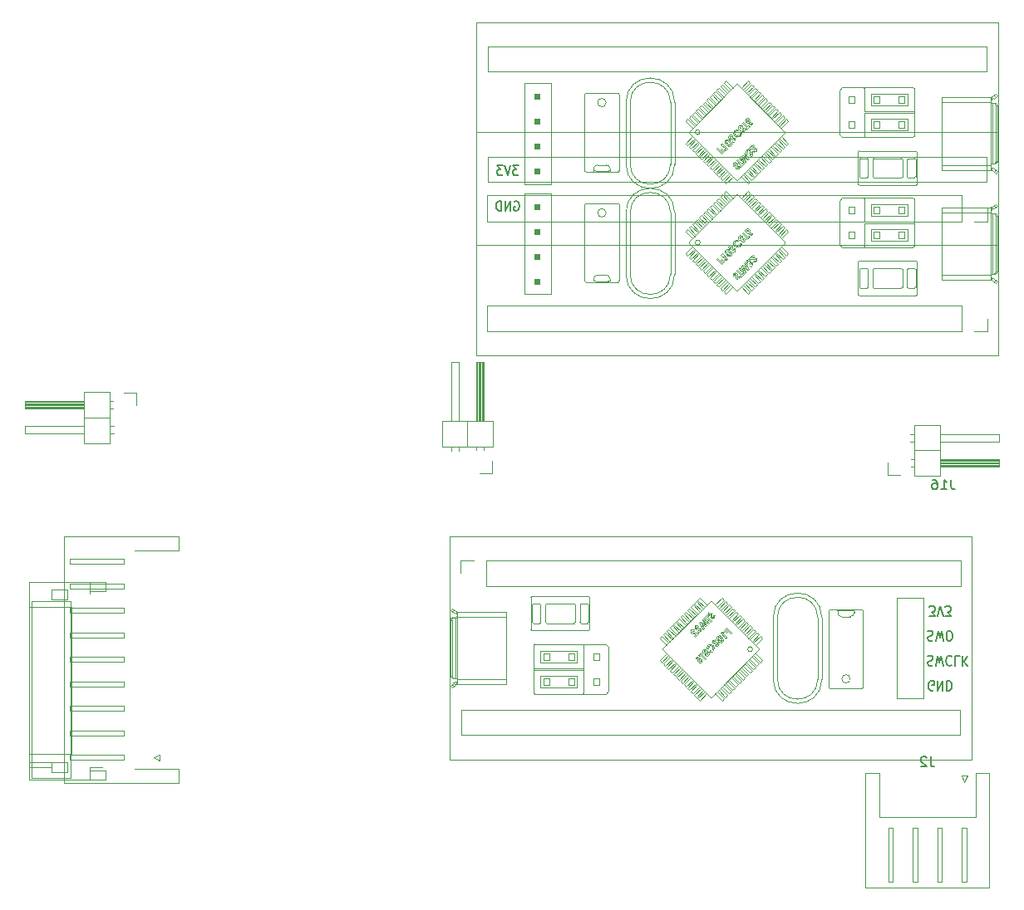
<source format=gbr>
%TF.GenerationSoftware,KiCad,Pcbnew,7.0.10*%
%TF.CreationDate,2024-02-26T10:06:05+01:00*%
%TF.ProjectId,Legacy-LedPanel-HAT,4c656761-6379-42d4-9c65-6450616e656c,rev?*%
%TF.SameCoordinates,Original*%
%TF.FileFunction,Legend,Bot*%
%TF.FilePolarity,Positive*%
%FSLAX46Y46*%
G04 Gerber Fmt 4.6, Leading zero omitted, Abs format (unit mm)*
G04 Created by KiCad (PCBNEW 7.0.10) date 2024-02-26 10:06:05*
%MOMM*%
%LPD*%
G01*
G04 APERTURE LIST*
%ADD10C,0.150000*%
%ADD11C,0.120000*%
%ADD12C,0.100000*%
G04 APERTURE END LIST*
D10*
X100761285Y-75339819D02*
X100204142Y-75339819D01*
X100204142Y-75339819D02*
X100504142Y-75720771D01*
X100504142Y-75720771D02*
X100375571Y-75720771D01*
X100375571Y-75720771D02*
X100289857Y-75768390D01*
X100289857Y-75768390D02*
X100246999Y-75816009D01*
X100246999Y-75816009D02*
X100204142Y-75911247D01*
X100204142Y-75911247D02*
X100204142Y-76149342D01*
X100204142Y-76149342D02*
X100246999Y-76244580D01*
X100246999Y-76244580D02*
X100289857Y-76292200D01*
X100289857Y-76292200D02*
X100375571Y-76339819D01*
X100375571Y-76339819D02*
X100632714Y-76339819D01*
X100632714Y-76339819D02*
X100718428Y-76292200D01*
X100718428Y-76292200D02*
X100761285Y-76244580D01*
X99946999Y-75339819D02*
X99646999Y-76339819D01*
X99646999Y-76339819D02*
X99346999Y-75339819D01*
X99132713Y-75339819D02*
X98575570Y-75339819D01*
X98575570Y-75339819D02*
X98875570Y-75720771D01*
X98875570Y-75720771D02*
X98746999Y-75720771D01*
X98746999Y-75720771D02*
X98661285Y-75768390D01*
X98661285Y-75768390D02*
X98618427Y-75816009D01*
X98618427Y-75816009D02*
X98575570Y-75911247D01*
X98575570Y-75911247D02*
X98575570Y-76149342D01*
X98575570Y-76149342D02*
X98618427Y-76244580D01*
X98618427Y-76244580D02*
X98661285Y-76292200D01*
X98661285Y-76292200D02*
X98746999Y-76339819D01*
X98746999Y-76339819D02*
X99004142Y-76339819D01*
X99004142Y-76339819D02*
X99089856Y-76292200D01*
X99089856Y-76292200D02*
X99132713Y-76244580D01*
X142424286Y-125382800D02*
X142552858Y-125335180D01*
X142552858Y-125335180D02*
X142767143Y-125335180D01*
X142767143Y-125335180D02*
X142852858Y-125382800D01*
X142852858Y-125382800D02*
X142895715Y-125430419D01*
X142895715Y-125430419D02*
X142938572Y-125525657D01*
X142938572Y-125525657D02*
X142938572Y-125620895D01*
X142938572Y-125620895D02*
X142895715Y-125716133D01*
X142895715Y-125716133D02*
X142852858Y-125763752D01*
X142852858Y-125763752D02*
X142767143Y-125811371D01*
X142767143Y-125811371D02*
X142595715Y-125858990D01*
X142595715Y-125858990D02*
X142510000Y-125906609D01*
X142510000Y-125906609D02*
X142467143Y-125954228D01*
X142467143Y-125954228D02*
X142424286Y-126049466D01*
X142424286Y-126049466D02*
X142424286Y-126144704D01*
X142424286Y-126144704D02*
X142467143Y-126239942D01*
X142467143Y-126239942D02*
X142510000Y-126287561D01*
X142510000Y-126287561D02*
X142595715Y-126335180D01*
X142595715Y-126335180D02*
X142810000Y-126335180D01*
X142810000Y-126335180D02*
X142938572Y-126287561D01*
X143238572Y-126335180D02*
X143452858Y-125335180D01*
X143452858Y-125335180D02*
X143624286Y-126049466D01*
X143624286Y-126049466D02*
X143795715Y-125335180D01*
X143795715Y-125335180D02*
X144010001Y-126335180D01*
X144867143Y-125430419D02*
X144824286Y-125382800D01*
X144824286Y-125382800D02*
X144695714Y-125335180D01*
X144695714Y-125335180D02*
X144610000Y-125335180D01*
X144610000Y-125335180D02*
X144481429Y-125382800D01*
X144481429Y-125382800D02*
X144395714Y-125478038D01*
X144395714Y-125478038D02*
X144352857Y-125573276D01*
X144352857Y-125573276D02*
X144310000Y-125763752D01*
X144310000Y-125763752D02*
X144310000Y-125906609D01*
X144310000Y-125906609D02*
X144352857Y-126097085D01*
X144352857Y-126097085D02*
X144395714Y-126192323D01*
X144395714Y-126192323D02*
X144481429Y-126287561D01*
X144481429Y-126287561D02*
X144610000Y-126335180D01*
X144610000Y-126335180D02*
X144695714Y-126335180D01*
X144695714Y-126335180D02*
X144824286Y-126287561D01*
X144824286Y-126287561D02*
X144867143Y-126239942D01*
X145681429Y-125335180D02*
X145252857Y-125335180D01*
X145252857Y-125335180D02*
X145252857Y-126335180D01*
X145981428Y-125335180D02*
X145981428Y-126335180D01*
X146495714Y-125335180D02*
X146110000Y-125906609D01*
X146495714Y-126335180D02*
X145981428Y-125763752D01*
X142583714Y-121255180D02*
X143140857Y-121255180D01*
X143140857Y-121255180D02*
X142840857Y-120874228D01*
X142840857Y-120874228D02*
X142969428Y-120874228D01*
X142969428Y-120874228D02*
X143055143Y-120826609D01*
X143055143Y-120826609D02*
X143098000Y-120778990D01*
X143098000Y-120778990D02*
X143140857Y-120683752D01*
X143140857Y-120683752D02*
X143140857Y-120445657D01*
X143140857Y-120445657D02*
X143098000Y-120350419D01*
X143098000Y-120350419D02*
X143055143Y-120302800D01*
X143055143Y-120302800D02*
X142969428Y-120255180D01*
X142969428Y-120255180D02*
X142712285Y-120255180D01*
X142712285Y-120255180D02*
X142626571Y-120302800D01*
X142626571Y-120302800D02*
X142583714Y-120350419D01*
X143398000Y-121255180D02*
X143698000Y-120255180D01*
X143698000Y-120255180D02*
X143998000Y-121255180D01*
X144212286Y-121255180D02*
X144769429Y-121255180D01*
X144769429Y-121255180D02*
X144469429Y-120874228D01*
X144469429Y-120874228D02*
X144598000Y-120874228D01*
X144598000Y-120874228D02*
X144683715Y-120826609D01*
X144683715Y-120826609D02*
X144726572Y-120778990D01*
X144726572Y-120778990D02*
X144769429Y-120683752D01*
X144769429Y-120683752D02*
X144769429Y-120445657D01*
X144769429Y-120445657D02*
X144726572Y-120350419D01*
X144726572Y-120350419D02*
X144683715Y-120302800D01*
X144683715Y-120302800D02*
X144598000Y-120255180D01*
X144598000Y-120255180D02*
X144340857Y-120255180D01*
X144340857Y-120255180D02*
X144255143Y-120302800D01*
X144255143Y-120302800D02*
X144212286Y-120350419D01*
X142455143Y-122842800D02*
X142583715Y-122795180D01*
X142583715Y-122795180D02*
X142798000Y-122795180D01*
X142798000Y-122795180D02*
X142883715Y-122842800D01*
X142883715Y-122842800D02*
X142926572Y-122890419D01*
X142926572Y-122890419D02*
X142969429Y-122985657D01*
X142969429Y-122985657D02*
X142969429Y-123080895D01*
X142969429Y-123080895D02*
X142926572Y-123176133D01*
X142926572Y-123176133D02*
X142883715Y-123223752D01*
X142883715Y-123223752D02*
X142798000Y-123271371D01*
X142798000Y-123271371D02*
X142626572Y-123318990D01*
X142626572Y-123318990D02*
X142540857Y-123366609D01*
X142540857Y-123366609D02*
X142498000Y-123414228D01*
X142498000Y-123414228D02*
X142455143Y-123509466D01*
X142455143Y-123509466D02*
X142455143Y-123604704D01*
X142455143Y-123604704D02*
X142498000Y-123699942D01*
X142498000Y-123699942D02*
X142540857Y-123747561D01*
X142540857Y-123747561D02*
X142626572Y-123795180D01*
X142626572Y-123795180D02*
X142840857Y-123795180D01*
X142840857Y-123795180D02*
X142969429Y-123747561D01*
X143269429Y-123795180D02*
X143483715Y-122795180D01*
X143483715Y-122795180D02*
X143655143Y-123509466D01*
X143655143Y-123509466D02*
X143826572Y-122795180D01*
X143826572Y-122795180D02*
X144040858Y-123795180D01*
X144555143Y-123795180D02*
X144726571Y-123795180D01*
X144726571Y-123795180D02*
X144812286Y-123747561D01*
X144812286Y-123747561D02*
X144898000Y-123652323D01*
X144898000Y-123652323D02*
X144940857Y-123461847D01*
X144940857Y-123461847D02*
X144940857Y-123128514D01*
X144940857Y-123128514D02*
X144898000Y-122938038D01*
X144898000Y-122938038D02*
X144812286Y-122842800D01*
X144812286Y-122842800D02*
X144726571Y-122795180D01*
X144726571Y-122795180D02*
X144555143Y-122795180D01*
X144555143Y-122795180D02*
X144469429Y-122842800D01*
X144469429Y-122842800D02*
X144383714Y-122938038D01*
X144383714Y-122938038D02*
X144340857Y-123128514D01*
X144340857Y-123128514D02*
X144340857Y-123461847D01*
X144340857Y-123461847D02*
X144383714Y-123652323D01*
X144383714Y-123652323D02*
X144469429Y-123747561D01*
X144469429Y-123747561D02*
X144555143Y-123795180D01*
X143012286Y-128827561D02*
X142926572Y-128875180D01*
X142926572Y-128875180D02*
X142798000Y-128875180D01*
X142798000Y-128875180D02*
X142669429Y-128827561D01*
X142669429Y-128827561D02*
X142583714Y-128732323D01*
X142583714Y-128732323D02*
X142540857Y-128637085D01*
X142540857Y-128637085D02*
X142498000Y-128446609D01*
X142498000Y-128446609D02*
X142498000Y-128303752D01*
X142498000Y-128303752D02*
X142540857Y-128113276D01*
X142540857Y-128113276D02*
X142583714Y-128018038D01*
X142583714Y-128018038D02*
X142669429Y-127922800D01*
X142669429Y-127922800D02*
X142798000Y-127875180D01*
X142798000Y-127875180D02*
X142883714Y-127875180D01*
X142883714Y-127875180D02*
X143012286Y-127922800D01*
X143012286Y-127922800D02*
X143055143Y-127970419D01*
X143055143Y-127970419D02*
X143055143Y-128303752D01*
X143055143Y-128303752D02*
X142883714Y-128303752D01*
X143440857Y-127875180D02*
X143440857Y-128875180D01*
X143440857Y-128875180D02*
X143955143Y-127875180D01*
X143955143Y-127875180D02*
X143955143Y-128875180D01*
X144383714Y-127875180D02*
X144383714Y-128875180D01*
X144383714Y-128875180D02*
X144598000Y-128875180D01*
X144598000Y-128875180D02*
X144726571Y-128827561D01*
X144726571Y-128827561D02*
X144812286Y-128732323D01*
X144812286Y-128732323D02*
X144855143Y-128637085D01*
X144855143Y-128637085D02*
X144898000Y-128446609D01*
X144898000Y-128446609D02*
X144898000Y-128303752D01*
X144898000Y-128303752D02*
X144855143Y-128113276D01*
X144855143Y-128113276D02*
X144812286Y-128018038D01*
X144812286Y-128018038D02*
X144726571Y-127922800D01*
X144726571Y-127922800D02*
X144598000Y-127875180D01*
X144598000Y-127875180D02*
X144383714Y-127875180D01*
X142732733Y-135624619D02*
X142732733Y-136338904D01*
X142732733Y-136338904D02*
X142780352Y-136481761D01*
X142780352Y-136481761D02*
X142875590Y-136577000D01*
X142875590Y-136577000D02*
X143018447Y-136624619D01*
X143018447Y-136624619D02*
X143113685Y-136624619D01*
X142304161Y-135719857D02*
X142256542Y-135672238D01*
X142256542Y-135672238D02*
X142161304Y-135624619D01*
X142161304Y-135624619D02*
X141923209Y-135624619D01*
X141923209Y-135624619D02*
X141827971Y-135672238D01*
X141827971Y-135672238D02*
X141780352Y-135719857D01*
X141780352Y-135719857D02*
X141732733Y-135815095D01*
X141732733Y-135815095D02*
X141732733Y-135910333D01*
X141732733Y-135910333D02*
X141780352Y-136053190D01*
X141780352Y-136053190D02*
X142351780Y-136624619D01*
X142351780Y-136624619D02*
X141732733Y-136624619D01*
X144816123Y-107358619D02*
X144816123Y-108072904D01*
X144816123Y-108072904D02*
X144863742Y-108215761D01*
X144863742Y-108215761D02*
X144958980Y-108311000D01*
X144958980Y-108311000D02*
X145101837Y-108358619D01*
X145101837Y-108358619D02*
X145197075Y-108358619D01*
X143816123Y-108358619D02*
X144387551Y-108358619D01*
X144101837Y-108358619D02*
X144101837Y-107358619D01*
X144101837Y-107358619D02*
X144197075Y-107501476D01*
X144197075Y-107501476D02*
X144292313Y-107596714D01*
X144292313Y-107596714D02*
X144387551Y-107644333D01*
X142958980Y-107358619D02*
X143149456Y-107358619D01*
X143149456Y-107358619D02*
X143244694Y-107406238D01*
X143244694Y-107406238D02*
X143292313Y-107453857D01*
X143292313Y-107453857D02*
X143387551Y-107596714D01*
X143387551Y-107596714D02*
X143435170Y-107787190D01*
X143435170Y-107787190D02*
X143435170Y-108168142D01*
X143435170Y-108168142D02*
X143387551Y-108263380D01*
X143387551Y-108263380D02*
X143339932Y-108311000D01*
X143339932Y-108311000D02*
X143244694Y-108358619D01*
X143244694Y-108358619D02*
X143054218Y-108358619D01*
X143054218Y-108358619D02*
X142958980Y-108311000D01*
X142958980Y-108311000D02*
X142911361Y-108263380D01*
X142911361Y-108263380D02*
X142863742Y-108168142D01*
X142863742Y-108168142D02*
X142863742Y-107930047D01*
X142863742Y-107930047D02*
X142911361Y-107834809D01*
X142911361Y-107834809D02*
X142958980Y-107787190D01*
X142958980Y-107787190D02*
X143054218Y-107739571D01*
X143054218Y-107739571D02*
X143244694Y-107739571D01*
X143244694Y-107739571D02*
X143339932Y-107787190D01*
X143339932Y-107787190D02*
X143387551Y-107834809D01*
X143387551Y-107834809D02*
X143435170Y-107930047D01*
X100332713Y-79007438D02*
X100418428Y-78959819D01*
X100418428Y-78959819D02*
X100546999Y-78959819D01*
X100546999Y-78959819D02*
X100675570Y-79007438D01*
X100675570Y-79007438D02*
X100761285Y-79102676D01*
X100761285Y-79102676D02*
X100804142Y-79197914D01*
X100804142Y-79197914D02*
X100846999Y-79388390D01*
X100846999Y-79388390D02*
X100846999Y-79531247D01*
X100846999Y-79531247D02*
X100804142Y-79721723D01*
X100804142Y-79721723D02*
X100761285Y-79816961D01*
X100761285Y-79816961D02*
X100675570Y-79912200D01*
X100675570Y-79912200D02*
X100546999Y-79959819D01*
X100546999Y-79959819D02*
X100461285Y-79959819D01*
X100461285Y-79959819D02*
X100332713Y-79912200D01*
X100332713Y-79912200D02*
X100289856Y-79864580D01*
X100289856Y-79864580D02*
X100289856Y-79531247D01*
X100289856Y-79531247D02*
X100461285Y-79531247D01*
X99904142Y-79959819D02*
X99904142Y-78959819D01*
X99904142Y-78959819D02*
X99389856Y-79959819D01*
X99389856Y-79959819D02*
X99389856Y-78959819D01*
X98961285Y-79959819D02*
X98961285Y-78959819D01*
X98961285Y-78959819D02*
X98746999Y-78959819D01*
X98746999Y-78959819D02*
X98618428Y-79007438D01*
X98618428Y-79007438D02*
X98532713Y-79102676D01*
X98532713Y-79102676D02*
X98489856Y-79197914D01*
X98489856Y-79197914D02*
X98446999Y-79388390D01*
X98446999Y-79388390D02*
X98446999Y-79531247D01*
X98446999Y-79531247D02*
X98489856Y-79721723D01*
X98489856Y-79721723D02*
X98532713Y-79816961D01*
X98532713Y-79816961D02*
X98618428Y-79912200D01*
X98618428Y-79912200D02*
X98746999Y-79959819D01*
X98746999Y-79959819D02*
X98961285Y-79959819D01*
D11*
%TO.C,J13*%
X96822600Y-106751400D02*
X98092600Y-106751400D01*
X98092600Y-106751400D02*
X98092600Y-105481400D01*
X93902600Y-104438471D02*
X93902600Y-104041400D01*
X94662600Y-104438471D02*
X94662600Y-104041400D01*
X96442600Y-104371400D02*
X96442600Y-104041400D01*
X97202600Y-104371400D02*
X97202600Y-104041400D01*
X92952600Y-104041400D02*
X92952600Y-101381400D01*
X95552600Y-104041400D02*
X95552600Y-101381400D01*
X98152600Y-104041400D02*
X92952600Y-104041400D01*
X92952600Y-101381400D02*
X98152600Y-101381400D01*
X94662600Y-101381400D02*
X94662600Y-95381400D01*
X96542600Y-101381400D02*
X96542600Y-95381400D01*
X96662600Y-101381400D02*
X96662600Y-95381400D01*
X96782600Y-101381400D02*
X96782600Y-95381400D01*
X96902600Y-101381400D02*
X96902600Y-95381400D01*
X97022600Y-101381400D02*
X97022600Y-95381400D01*
X97142600Y-101381400D02*
X97142600Y-95381400D01*
X97202600Y-101381400D02*
X97202600Y-95381400D01*
X98152600Y-101381400D02*
X98152600Y-104041400D01*
X93902600Y-95381400D02*
X93902600Y-101381400D01*
X94662600Y-95381400D02*
X93902600Y-95381400D01*
X96442600Y-95381400D02*
X96442600Y-101381400D01*
X97202600Y-95381400D02*
X96442600Y-95381400D01*
D12*
%TO.C,J9*%
X51134600Y-137747800D02*
X55134600Y-137747800D01*
X55134600Y-137747800D02*
X55134600Y-119747800D01*
X55134600Y-119747800D02*
X51134600Y-119747800D01*
X51134600Y-119747800D02*
X51134600Y-137747800D01*
D11*
%TO.C,U3*%
X96440000Y-83450000D02*
X149590000Y-83450000D01*
X149590000Y-83450000D02*
X149590000Y-60700000D01*
X97555000Y-81025000D02*
X145875000Y-81025000D01*
X145875000Y-81025000D02*
X145875000Y-78365000D01*
X147145000Y-81025000D02*
X148475000Y-81025000D01*
X148475000Y-81025000D02*
X148475000Y-79695000D01*
X97555000Y-78365000D02*
X97555000Y-81025000D01*
X145875000Y-78365000D02*
X97555000Y-78365000D01*
X141242723Y-77337467D02*
X135442723Y-77337467D01*
X135342723Y-77237467D02*
X135342723Y-73937467D01*
X101365000Y-77215000D02*
X101365000Y-66935000D01*
X104025000Y-77215000D02*
X101365000Y-77215000D01*
X121865053Y-77173093D02*
X122572160Y-76465986D01*
X124127795Y-77173093D02*
X123420688Y-76465986D01*
X121652921Y-76960961D02*
X121865053Y-77173093D01*
X121652921Y-76960961D02*
X122360028Y-76253854D01*
X124339927Y-76960961D02*
X124127795Y-77173093D01*
X124339927Y-76960961D02*
X123632820Y-76253854D01*
X122946424Y-76840250D02*
X123046424Y-76840250D01*
X122946424Y-76840250D02*
X118096676Y-71990502D01*
X121511500Y-76819539D02*
X122218606Y-76112432D01*
X124481348Y-76819539D02*
X123774241Y-76112432D01*
X121299368Y-76607407D02*
X121511500Y-76819539D01*
X121299368Y-76607407D02*
X122006474Y-75900300D01*
X124693480Y-76607407D02*
X124481348Y-76819539D01*
X124693480Y-76607407D02*
X123986373Y-75900300D01*
X135592723Y-76587467D02*
X136242723Y-76587467D01*
X136942723Y-76587467D02*
X139742723Y-76587467D01*
X140442723Y-76587467D02*
X141092723Y-76587467D01*
X136342723Y-76487467D02*
X136342723Y-74687467D01*
X139842723Y-76487467D02*
X139842723Y-74687467D01*
X141192723Y-76487467D02*
X141192723Y-74687467D01*
X121157946Y-76465986D02*
X121865053Y-75758879D01*
X124834901Y-76465986D02*
X124127795Y-75758879D01*
X120945814Y-76253854D02*
X121157946Y-76465986D01*
X120945814Y-76253854D02*
X121652921Y-75546747D01*
X125047033Y-76253854D02*
X124834901Y-76465986D01*
X125047033Y-76253854D02*
X124339927Y-75546747D01*
X149352108Y-76112488D02*
X149035847Y-75833834D01*
X120804393Y-76112432D02*
X121511500Y-75405326D01*
X125188455Y-76112432D02*
X124481348Y-75405326D01*
X110892191Y-75967282D02*
X107592191Y-75967282D01*
X110892810Y-75967280D02*
X110892191Y-75967282D01*
X149164531Y-75947216D02*
X149327422Y-75762341D01*
X149515000Y-75927613D02*
X149352108Y-76112488D01*
X120592261Y-75900300D02*
X120804393Y-76112432D01*
X120592261Y-75900300D02*
X121299368Y-75193194D01*
X125400587Y-75900300D02*
X125188455Y-76112432D01*
X125400587Y-75900300D02*
X124693480Y-75193194D01*
X108601149Y-75883200D02*
X109883233Y-75883200D01*
X107492193Y-75867900D02*
X107492191Y-75867282D01*
X107492191Y-75867282D02*
X107492191Y-68067282D01*
X110992191Y-75867282D02*
X110992189Y-75867900D01*
X110992191Y-75867282D02*
X110992191Y-68067282D01*
X108401149Y-75860812D02*
X108401149Y-75674226D01*
X148873500Y-75771428D02*
X148865331Y-75766487D01*
X148870575Y-75771411D02*
X148873500Y-75771428D01*
X148870575Y-75771411D02*
X143865000Y-75771411D01*
X148865331Y-75766487D02*
X148865000Y-75764897D01*
X148865000Y-75764897D02*
X148865000Y-75275000D01*
X120450839Y-75758879D02*
X121157946Y-75051772D01*
X125542008Y-75758879D02*
X124834901Y-75051772D01*
X110083233Y-75674226D02*
X110083233Y-75860812D01*
X149199759Y-75649858D02*
X149515000Y-75927613D01*
X123034881Y-75587128D02*
X123022879Y-75569259D01*
X123034881Y-75587128D02*
X123022879Y-75569259D01*
X123022879Y-75569259D02*
X123018308Y-75552920D01*
X123022879Y-75569259D02*
X123018308Y-75552920D01*
X123018308Y-75552920D02*
X123018282Y-75474245D01*
X123018308Y-75552920D02*
X123018282Y-75474245D01*
X120238707Y-75546747D02*
X120450839Y-75758879D01*
X120238707Y-75546747D02*
X120945814Y-74839640D01*
X125754140Y-75546747D02*
X125542008Y-75758879D01*
X125754140Y-75546747D02*
X125047033Y-74839640D01*
X148965000Y-75534272D02*
X148965000Y-75789928D01*
X148865000Y-75525012D02*
X148869215Y-75525012D01*
X123018282Y-75474245D02*
X123021920Y-75412476D01*
X123018282Y-75474245D02*
X123021920Y-75412476D01*
X123395977Y-75458689D02*
X123681540Y-75173126D01*
X123270725Y-75442222D02*
X123134424Y-75448278D01*
X123021920Y-75412476D02*
X123026916Y-75340003D01*
X123021920Y-75412476D02*
X123026916Y-75340003D01*
X120097286Y-75405326D02*
X120804393Y-74698219D01*
X125895562Y-75405326D02*
X125188455Y-74698219D01*
X122597826Y-75394841D02*
X122731790Y-75361377D01*
X123300790Y-75363501D02*
X123395977Y-75458689D01*
X122731790Y-75361377D02*
X122721257Y-75270815D01*
X122731790Y-75361377D02*
X122721257Y-75270815D01*
X123026916Y-75340003D02*
X123029038Y-75282974D01*
X123026916Y-75340003D02*
X123029038Y-75282974D01*
X123029038Y-75282974D02*
X123010041Y-75176602D01*
X123029038Y-75282974D02*
X123010041Y-75176602D01*
X148865000Y-75275000D02*
X148865064Y-75271411D01*
X109683233Y-75274226D02*
X108801149Y-75274226D01*
X148865064Y-75271411D02*
X143855000Y-75271411D01*
X122721257Y-75270815D02*
X122730403Y-75236068D01*
X122721257Y-75270815D02*
X122730403Y-75236068D01*
X123395977Y-75268314D02*
X123300790Y-75363501D01*
X122730403Y-75236068D02*
X122750700Y-75206485D01*
X122730403Y-75236068D02*
X122750700Y-75206485D01*
X119885154Y-75193194D02*
X120097286Y-75405326D01*
X119885154Y-75193194D02*
X120592261Y-74486087D01*
X126107694Y-75193194D02*
X125895562Y-75405326D01*
X126107694Y-75193194D02*
X125400587Y-74486087D01*
X111697412Y-75187050D02*
X111697412Y-68887050D01*
X116222412Y-75187050D02*
X116222412Y-68887050D01*
X123010041Y-75176602D02*
X122962216Y-75106517D01*
X123010041Y-75176602D02*
X122962216Y-75106517D01*
X149029569Y-75175000D02*
X149029569Y-68975000D01*
X149310211Y-75175000D02*
X148965000Y-75175000D01*
X123491165Y-75173126D02*
X123056022Y-74737984D01*
X123681540Y-75173126D02*
X123586352Y-75077939D01*
X123586352Y-75077939D02*
X123491165Y-75173126D01*
X123798293Y-75056373D02*
X123897093Y-74957574D01*
X119743733Y-75051772D02*
X120450839Y-74344666D01*
X126249115Y-75051772D02*
X125542008Y-74344666D01*
X123897093Y-74957574D02*
X123648182Y-74466657D01*
X149371605Y-74925000D02*
X149515000Y-74925000D01*
X119531601Y-74839640D02*
X119743733Y-75051772D01*
X119531601Y-74839640D02*
X120238707Y-74132533D01*
X126461247Y-74839640D02*
X126249115Y-75051772D01*
X126461247Y-74839640D02*
X125754140Y-74132533D01*
X122960835Y-74833171D02*
X123395977Y-75268314D01*
X123666348Y-74797582D02*
X123274868Y-74519138D01*
X123056022Y-74737984D02*
X122960835Y-74833171D01*
X124139948Y-74714718D02*
X124237791Y-74616875D01*
X119390179Y-74698219D02*
X120097286Y-73991112D01*
X126602668Y-74698219D02*
X125895562Y-73991112D01*
X135492723Y-74687467D02*
X135492723Y-76487467D01*
X136842723Y-74687467D02*
X136842723Y-76487467D01*
X140342723Y-74687467D02*
X140342723Y-76487467D01*
X124237791Y-74616875D02*
X123797125Y-73996882D01*
X123178406Y-74615600D02*
X123798293Y-75056373D01*
X136242723Y-74587467D02*
X135592723Y-74587467D01*
X139742723Y-74587467D02*
X136942723Y-74587467D01*
X140442723Y-74587467D02*
X140342723Y-74687467D01*
X141092723Y-74587467D02*
X140442723Y-74587467D01*
X123274868Y-74519138D02*
X123178406Y-74615600D01*
X119178047Y-74486087D02*
X119390179Y-74698219D01*
X119178047Y-74486087D02*
X119885154Y-73778980D01*
X126814800Y-74486087D02*
X126602668Y-74698219D01*
X126814800Y-74486087D02*
X126107694Y-73778980D01*
X123979107Y-74484823D02*
X123533872Y-74260134D01*
X111002191Y-74467282D02*
X111002191Y-74967282D01*
X123648182Y-74466657D02*
X124139948Y-74714718D01*
X124407238Y-74376038D02*
X124507905Y-74355541D01*
X124407238Y-74376038D02*
X124507905Y-74355541D01*
X124344168Y-74363729D02*
X124407238Y-74376038D01*
X124344168Y-74363729D02*
X124407238Y-74376038D01*
X124507905Y-74355541D02*
X124573710Y-74308153D01*
X124507905Y-74355541D02*
X124573710Y-74308153D01*
X123441021Y-74352985D02*
X123666348Y-74797582D01*
X119036626Y-74344666D02*
X119743733Y-73637559D01*
X126956222Y-74344666D02*
X126249115Y-73637559D01*
X124273062Y-74323239D02*
X124344168Y-74363729D01*
X124273062Y-74323239D02*
X124344168Y-74363729D01*
X123533872Y-74260134D02*
X123441021Y-74352985D01*
X124368249Y-74228051D02*
X124273062Y-74323239D01*
X121444635Y-74160060D02*
X121703001Y-73901694D01*
X124313856Y-74146462D02*
X124392713Y-74094778D01*
X124313856Y-74146462D02*
X124392713Y-74094778D01*
X118824494Y-74132533D02*
X119036626Y-74344666D01*
X118824494Y-74132533D02*
X119531601Y-73425427D01*
X127168354Y-74132533D02*
X126956222Y-74344666D01*
X127168354Y-74132533D02*
X126461247Y-73425427D01*
X124007897Y-74112466D02*
X124103084Y-74017279D01*
X124462158Y-74096601D02*
X124481497Y-74110129D01*
X124462158Y-74096601D02*
X124481497Y-74110129D01*
X124392713Y-74094778D02*
X124439494Y-74089863D01*
X124392713Y-74094778D02*
X124439494Y-74089863D01*
X123700769Y-74093238D02*
X123979107Y-74484823D01*
X124439494Y-74089863D02*
X124462158Y-74096601D01*
X124439494Y-74089863D02*
X124462158Y-74096601D01*
X124225468Y-74058073D02*
X124313856Y-74146462D01*
X123797125Y-73996882D02*
X123700769Y-74093238D01*
X118683072Y-73991112D02*
X119390179Y-73284005D01*
X127309775Y-73991112D02*
X126602668Y-73284005D01*
X121444635Y-73969685D02*
X121342648Y-73867699D01*
X124291394Y-73956848D02*
X124225468Y-74058073D01*
X124291394Y-73956848D02*
X124225468Y-74058073D01*
X141342723Y-73937467D02*
X141342723Y-77237467D01*
X141342622Y-73932983D02*
X141342723Y-73937467D01*
X121703001Y-73901694D02*
X121607813Y-73806507D01*
X124296249Y-73896549D02*
X124291394Y-73956848D01*
X124296249Y-73896549D02*
X124291394Y-73956848D01*
X121342648Y-73867699D02*
X121505827Y-73704520D01*
X124286869Y-73867668D02*
X124296249Y-73896549D01*
X124286869Y-73867668D02*
X124296249Y-73896549D01*
X124268919Y-73843158D02*
X124286869Y-73867668D01*
X124268919Y-73843158D02*
X124286869Y-73867668D01*
X135442723Y-73837467D02*
X141242723Y-73837467D01*
X124837673Y-73832702D02*
X124785242Y-73829449D01*
X124837673Y-73832702D02*
X124785242Y-73829449D01*
X124785242Y-73829449D02*
X124715004Y-73786109D01*
X124785242Y-73829449D02*
X124715004Y-73786109D01*
X124883600Y-73807888D02*
X124837673Y-73832702D01*
X124883600Y-73807888D02*
X124837673Y-73832702D01*
X121607813Y-73806507D02*
X121444635Y-73969685D01*
X124715004Y-73786109D02*
X124619816Y-73881297D01*
X118470940Y-73778980D02*
X118683072Y-73991112D01*
X118470940Y-73778980D02*
X119178047Y-73071873D01*
X127521907Y-73778980D02*
X127309775Y-73991112D01*
X127521907Y-73778980D02*
X126814800Y-73071873D01*
X121247461Y-73772511D02*
X121009492Y-73534542D01*
X121855024Y-73749670D02*
X122002161Y-73602534D01*
X121709800Y-73718118D02*
X121855024Y-73749670D01*
X121505827Y-73704520D02*
X121410639Y-73609333D01*
X118329519Y-73637559D02*
X119036626Y-72930452D01*
X127663329Y-73637559D02*
X126956222Y-72930452D01*
X120914305Y-73629730D02*
X121444635Y-74160060D01*
X124776522Y-73614950D02*
X124882431Y-73667975D01*
X124776522Y-73614950D02*
X124882431Y-73667975D01*
X121410639Y-73609333D02*
X121247461Y-73772511D01*
X121818585Y-73609333D02*
X121709800Y-73718118D01*
X122002161Y-73602534D02*
X121471831Y-73072203D01*
X124625022Y-73599665D02*
X124776522Y-73614950D01*
X124625022Y-73599665D02*
X124776522Y-73614950D01*
X124300896Y-73589573D02*
X124625022Y-73599665D01*
X124252664Y-73541342D02*
X124300896Y-73589573D01*
X121009492Y-73534542D02*
X120914305Y-73629730D01*
X124634902Y-73462727D02*
X124516130Y-73454653D01*
X124516130Y-73454653D02*
X124694606Y-73276177D01*
X118117387Y-73425427D02*
X118329519Y-73637559D01*
X118117387Y-73425427D02*
X118824494Y-72718320D01*
X127875461Y-73425427D02*
X127663329Y-73637559D01*
X127875461Y-73425427D02*
X127168354Y-72718320D01*
X122157160Y-73330463D02*
X122281990Y-73322224D01*
X122157160Y-73330463D02*
X122281990Y-73322224D01*
X122281990Y-73322224D02*
X122364320Y-73267571D01*
X122281990Y-73322224D02*
X122364320Y-73267571D01*
X117975966Y-73284005D02*
X118683072Y-72576899D01*
X128016882Y-73284005D02*
X127309775Y-72576899D01*
X124694606Y-73276177D02*
X124606218Y-73187788D01*
X122033893Y-73274199D02*
X122157160Y-73330463D01*
X122033893Y-73274199D02*
X122157160Y-73330463D01*
X122364320Y-73267571D02*
X122405428Y-73215267D01*
X122364320Y-73267571D02*
X122405428Y-73215267D01*
X122405428Y-73215267D02*
X122430272Y-73153652D01*
X122405428Y-73215267D02*
X122430272Y-73153652D01*
X122197275Y-73198953D02*
X122121011Y-73171153D01*
X122197275Y-73198953D02*
X122121011Y-73171153D01*
X122237448Y-73192419D02*
X122197275Y-73198953D01*
X122237448Y-73192419D02*
X122197275Y-73198953D01*
X124606218Y-73187788D02*
X124252664Y-73541342D01*
X122121011Y-73171153D02*
X121995893Y-73065936D01*
X122121011Y-73171153D02*
X121995893Y-73065936D01*
X122271469Y-73170047D02*
X122237448Y-73192419D01*
X122271469Y-73170047D02*
X122237448Y-73192419D01*
X121376644Y-73167391D02*
X121818585Y-73609333D01*
X121901768Y-73162185D02*
X122033893Y-73274199D01*
X121901768Y-73162185D02*
X122033893Y-73274199D01*
X122430272Y-73153652D02*
X122434756Y-73087391D01*
X122430272Y-73153652D02*
X122434756Y-73087391D01*
X122292521Y-73136944D02*
X122271469Y-73170047D01*
X122292521Y-73136944D02*
X122271469Y-73170047D01*
X122297191Y-73097911D02*
X122292521Y-73136944D01*
X122297191Y-73097911D02*
X122292521Y-73136944D01*
X122434756Y-73087391D02*
X122420397Y-73022430D01*
X122434756Y-73087391D02*
X122420397Y-73022430D01*
X121471831Y-73072203D02*
X121376644Y-73167391D01*
X117763834Y-73071873D02*
X117975966Y-73284005D01*
X117763834Y-73071873D02*
X118470940Y-72364767D01*
X128229014Y-73071873D02*
X128016882Y-73284005D01*
X128229014Y-73071873D02*
X127521907Y-72364767D01*
X121995893Y-73065936D02*
X121898632Y-72946238D01*
X121995893Y-73065936D02*
X121898632Y-72946238D01*
X121814398Y-73063685D02*
X121901768Y-73162185D01*
X121814398Y-73063685D02*
X121901768Y-73162185D01*
X122272437Y-73023611D02*
X122297191Y-73097911D01*
X122272437Y-73023611D02*
X122297191Y-73097911D01*
X122420397Y-73022430D02*
X122355535Y-72906541D01*
X122420397Y-73022430D02*
X122355535Y-72906541D01*
X121751239Y-72948729D02*
X121814398Y-73063685D01*
X121751239Y-72948729D02*
X121814398Y-73063685D01*
X121898632Y-72946238D02*
X121876791Y-72872879D01*
X121898632Y-72946238D02*
X121876791Y-72872879D01*
X122619074Y-72914231D02*
X122719741Y-72893734D01*
X122619074Y-72914231D02*
X122719741Y-72893734D01*
X122355535Y-72906541D02*
X122267114Y-72806826D01*
X122355535Y-72906541D02*
X122267114Y-72806826D01*
X122171926Y-72902013D02*
X122272437Y-73023611D01*
X122171926Y-72902013D02*
X122272437Y-73023611D01*
X122556004Y-72901921D02*
X122619074Y-72914231D01*
X122556004Y-72901921D02*
X122619074Y-72914231D01*
X122719741Y-72893734D02*
X122785545Y-72846346D01*
X122719741Y-72893734D02*
X122785545Y-72846346D01*
X121737734Y-72884406D02*
X121751239Y-72948729D01*
X121737734Y-72884406D02*
X121751239Y-72948729D01*
X121876791Y-72872879D02*
X121883141Y-72834962D01*
X121876791Y-72872879D02*
X121883141Y-72834962D01*
X122484898Y-72861431D02*
X122556004Y-72901921D01*
X122484898Y-72861431D02*
X122556004Y-72901921D01*
X122102323Y-72839183D02*
X122171926Y-72902013D01*
X122102323Y-72839183D02*
X122171926Y-72902013D01*
X121883141Y-72834962D02*
X121904318Y-72802895D01*
X121883141Y-72834962D02*
X121904318Y-72802895D01*
X121742759Y-72818974D02*
X121737734Y-72884406D01*
X121742759Y-72818974D02*
X121737734Y-72884406D01*
X122267114Y-72806826D02*
X122167916Y-72718780D01*
X122267114Y-72806826D02*
X122167916Y-72718780D01*
X121998868Y-72781223D02*
X122102323Y-72839183D01*
X121998868Y-72781223D02*
X122102323Y-72839183D01*
X122580085Y-72766244D02*
X122484898Y-72861431D01*
X121768443Y-72758582D02*
X121742759Y-72818974D01*
X121768443Y-72758582D02*
X121742759Y-72818974D01*
X122167916Y-72718780D02*
X122052810Y-72653767D01*
X122167916Y-72718780D02*
X122052810Y-72653767D01*
X121809555Y-72707283D02*
X121768443Y-72758582D01*
X121809555Y-72707283D02*
X121768443Y-72758582D01*
X122525692Y-72684655D02*
X122604549Y-72632971D01*
X122525692Y-72684655D02*
X122604549Y-72632971D01*
X121861304Y-72665965D02*
X121809555Y-72707283D01*
X121861304Y-72665965D02*
X121809555Y-72707283D01*
X122052810Y-72653767D02*
X121988461Y-72638116D01*
X122052810Y-72653767D02*
X121988461Y-72638116D01*
X122219733Y-72650659D02*
X122314920Y-72555472D01*
X121922436Y-72640874D02*
X121861304Y-72665965D01*
X121922436Y-72640874D02*
X121861304Y-72665965D01*
X121988461Y-72638116D02*
X121922436Y-72640874D01*
X121988461Y-72638116D02*
X121922436Y-72640874D01*
X122673994Y-72634794D02*
X122693333Y-72648322D01*
X122673994Y-72634794D02*
X122693333Y-72648322D01*
X122604549Y-72632971D02*
X122651330Y-72628056D01*
X122604549Y-72632971D02*
X122651330Y-72628056D01*
X122651330Y-72628056D02*
X122673994Y-72634794D01*
X122651330Y-72628056D02*
X122673994Y-72634794D01*
X122437304Y-72596266D02*
X122525692Y-72684655D01*
X122503230Y-72495041D02*
X122437304Y-72596266D01*
X122503230Y-72495041D02*
X122437304Y-72596266D01*
X139830497Y-72446000D02*
X139785625Y-72446000D01*
X139913830Y-72446000D02*
X139879876Y-72446000D01*
X140642997Y-72446000D02*
X140453894Y-72446000D01*
X133715000Y-72445000D02*
X133415000Y-72145000D01*
X135655000Y-72445000D02*
X133715000Y-72445000D01*
X136055000Y-72445000D02*
X135655000Y-72445000D01*
X136055000Y-72445000D02*
X140935000Y-72445000D01*
X122508084Y-72434742D02*
X122503230Y-72495041D01*
X122508084Y-72434742D02*
X122503230Y-72495041D01*
X122498704Y-72405861D02*
X122508084Y-72434742D01*
X122498704Y-72405861D02*
X122508084Y-72434742D01*
X122480754Y-72381351D02*
X122498704Y-72405861D01*
X122480754Y-72381351D02*
X122498704Y-72405861D01*
X141035000Y-72345000D02*
X141035000Y-67465000D01*
X123305677Y-72326214D02*
X123409432Y-72152824D01*
X123305677Y-72326214D02*
X123409432Y-72152824D01*
X123409432Y-72152824D02*
X123426361Y-71994333D01*
X123409432Y-72152824D02*
X123426361Y-71994333D01*
X133415000Y-72145000D02*
X133415000Y-67665000D01*
X123268766Y-72139997D02*
X123206771Y-72234745D01*
X123268766Y-72139997D02*
X123206771Y-72234745D01*
X123289848Y-71997414D02*
X123268766Y-72139997D01*
X123289848Y-71997414D02*
X123268766Y-72139997D01*
X123426361Y-71994333D02*
X123289848Y-71997414D01*
X118096676Y-71990502D02*
X118096676Y-71890502D01*
X127896171Y-71990502D02*
X123046424Y-76840250D01*
X127896171Y-71890502D02*
X127896171Y-71990502D01*
X123421628Y-71808505D02*
X123464925Y-71869718D01*
X123421628Y-71808505D02*
X123464925Y-71869718D01*
X123076951Y-71784517D02*
X123073551Y-71645773D01*
X136625000Y-71775000D02*
X140365000Y-71775000D01*
X140365000Y-71775000D02*
X140365000Y-70575000D01*
X123399271Y-71715888D02*
X123421628Y-71808505D01*
X123399271Y-71715888D02*
X123421628Y-71808505D01*
X123299969Y-71712392D02*
X123399271Y-71715888D01*
X123299969Y-71712392D02*
X123399271Y-71715888D01*
X122875763Y-71679488D02*
X122746663Y-71770175D01*
X122875763Y-71679488D02*
X122746663Y-71770175D01*
X123190942Y-71650128D02*
X123299969Y-71712392D01*
X123190942Y-71650128D02*
X123299969Y-71712392D01*
X123073551Y-71645773D02*
X122875763Y-71679488D01*
X123073551Y-71645773D02*
X122875763Y-71679488D01*
X123973901Y-71630793D02*
X124259464Y-71345231D01*
X123769397Y-71562271D02*
X123689218Y-71512565D01*
X123769397Y-71562271D02*
X123689218Y-71512565D01*
X123878714Y-71535606D02*
X123973901Y-71630793D01*
X123689218Y-71512565D02*
X123615673Y-71499486D01*
X123689218Y-71512565D02*
X123615673Y-71499486D01*
X134366802Y-71493199D02*
X135003199Y-71493199D01*
X135003199Y-71493199D02*
X135003199Y-70856802D01*
X136906802Y-71493199D02*
X137543199Y-71493199D01*
X137543199Y-71493199D02*
X137543199Y-70856802D01*
X139446802Y-71493199D02*
X140083199Y-71493199D01*
X140083199Y-71493199D02*
X140083199Y-70856802D01*
X123973901Y-71440419D02*
X123878714Y-71535606D01*
X124069089Y-71345231D02*
X123633946Y-70910088D01*
X124259464Y-71345231D02*
X124164276Y-71250044D01*
X124164276Y-71250044D02*
X124069089Y-71345231D01*
X124495308Y-71136584D02*
X124536846Y-71009632D01*
X124536846Y-71009632D02*
X124262757Y-70920393D01*
X124095860Y-71006551D02*
X124495308Y-71136584D01*
X123538759Y-71005276D02*
X123973901Y-71440419D01*
X124017517Y-70977341D02*
X124095860Y-71006551D01*
X124017517Y-70977341D02*
X124095860Y-71006551D01*
X123928963Y-70919543D02*
X124017517Y-70977341D01*
X123928963Y-70919543D02*
X124017517Y-70977341D01*
X123633946Y-70910088D02*
X123538759Y-71005276D01*
X134366802Y-70856802D02*
X134366802Y-71493199D01*
X135003199Y-70856802D02*
X134366802Y-70856802D01*
X136906802Y-70856802D02*
X136906802Y-71493199D01*
X137543199Y-70856802D02*
X136906802Y-70856802D01*
X139446802Y-70856802D02*
X139446802Y-71493199D01*
X140083199Y-70856802D02*
X139446802Y-70856802D01*
X117763834Y-70809132D02*
X118470940Y-71516238D01*
X128229014Y-70809132D02*
X127521907Y-71516238D01*
X117975966Y-70597000D02*
X118683072Y-71304106D01*
X117975966Y-70597000D02*
X117763834Y-70809132D01*
X128016882Y-70597000D02*
X127309775Y-71304106D01*
X128016882Y-70597000D02*
X128229014Y-70809132D01*
X136625000Y-70575000D02*
X136625000Y-71775000D01*
X140365000Y-70575000D02*
X136625000Y-70575000D01*
X118117387Y-70455578D02*
X118824494Y-71162685D01*
X127875461Y-70455578D02*
X127168354Y-71162685D01*
X141036000Y-70363528D02*
X141036000Y-70552631D01*
X118329519Y-70243446D02*
X119036626Y-70950553D01*
X118329519Y-70243446D02*
X118117387Y-70455578D01*
X127663329Y-70243446D02*
X126956222Y-70950553D01*
X127663329Y-70243446D02*
X127875461Y-70455578D01*
X118470940Y-70102025D02*
X119178047Y-70809132D01*
X127521907Y-70102025D02*
X126814800Y-70809132D01*
X135955000Y-70005000D02*
X135955000Y-72345000D01*
X135955000Y-70005000D02*
X141023600Y-70005000D01*
X118683072Y-69889893D02*
X119390179Y-70597000D01*
X118683072Y-69889893D02*
X118470940Y-70102025D01*
X127309775Y-69889893D02*
X126602668Y-70597000D01*
X127309775Y-69889893D02*
X127521907Y-70102025D01*
X141023600Y-69805000D02*
X135955000Y-69805000D01*
X118824494Y-69748471D02*
X119531601Y-70455578D01*
X127168354Y-69748471D02*
X126461247Y-70455578D01*
X119036626Y-69536339D02*
X119743733Y-70243446D01*
X119036626Y-69536339D02*
X118824494Y-69748471D01*
X126956222Y-69536339D02*
X126249115Y-70243446D01*
X126956222Y-69536339D02*
X127168354Y-69748471D01*
X111002191Y-69467282D02*
X111002191Y-68967282D01*
X119178047Y-69394918D02*
X119885154Y-70102025D01*
X126814800Y-69394918D02*
X126107694Y-70102025D01*
X136625000Y-69235000D02*
X140365000Y-69235000D01*
X140365000Y-69235000D02*
X140365000Y-68035000D01*
X149371605Y-69225000D02*
X149371605Y-74925000D01*
X149371605Y-69225000D02*
X149515000Y-69225000D01*
X149515000Y-69225000D02*
X149515000Y-74925000D01*
X119390179Y-69182786D02*
X120097286Y-69889893D01*
X119390179Y-69182786D02*
X119178047Y-69394918D01*
X126602668Y-69182786D02*
X125895562Y-69889893D01*
X126602668Y-69182786D02*
X126814800Y-69394918D01*
X119531601Y-69041365D02*
X120238707Y-69748471D01*
X126461247Y-69041365D02*
X125754140Y-69748471D01*
X149310211Y-68975000D02*
X148965000Y-68975000D01*
X134366802Y-68953199D02*
X135003199Y-68953199D01*
X135003199Y-68953199D02*
X135003199Y-68316802D01*
X136906802Y-68953199D02*
X137543199Y-68953199D01*
X137543199Y-68953199D02*
X137543199Y-68316802D01*
X139446802Y-68953199D02*
X140083199Y-68953199D01*
X140083199Y-68953199D02*
X140083199Y-68316802D01*
X148886175Y-68936536D02*
X148886175Y-75213465D01*
X112122412Y-68887050D02*
X112122412Y-75187050D01*
X116647412Y-68887050D02*
X116647412Y-75187050D01*
X148865064Y-68878590D02*
X143855000Y-68878590D01*
X148865000Y-68875000D02*
X148865064Y-68878590D01*
X119743733Y-68829233D02*
X120450839Y-69536339D01*
X119743733Y-68829233D02*
X119531601Y-69041365D01*
X126249115Y-68829233D02*
X125542008Y-69536339D01*
X126249115Y-68829233D02*
X126461247Y-69041365D01*
X119885154Y-68687811D02*
X120592261Y-69394918D01*
X126107694Y-68687811D02*
X125400587Y-69394918D01*
X143855000Y-68624989D02*
X143855000Y-75525012D01*
X148865000Y-68624989D02*
X148869215Y-68624989D01*
X148965000Y-68615729D02*
X148965000Y-68360073D01*
X149199759Y-68500143D02*
X149515000Y-68222388D01*
X120097286Y-68475679D02*
X120804393Y-69182786D01*
X120097286Y-68475679D02*
X119885154Y-68687811D01*
X125895562Y-68475679D02*
X125188455Y-69182786D01*
X125895562Y-68475679D02*
X126107694Y-68687811D01*
X148865000Y-68385104D02*
X148865000Y-68875000D01*
X148865331Y-68383514D02*
X148865000Y-68385104D01*
X143865000Y-68378590D02*
X143865000Y-75771411D01*
X148870575Y-68378590D02*
X143865000Y-68378590D01*
X148870575Y-68378590D02*
X148873500Y-68378573D01*
X148873500Y-68378573D02*
X148865331Y-68383514D01*
X120238707Y-68334258D02*
X120945814Y-69041365D01*
X125754140Y-68334258D02*
X125047033Y-69041365D01*
X134366802Y-68316802D02*
X134366802Y-68953199D01*
X135003199Y-68316802D02*
X134366802Y-68316802D01*
X136906802Y-68316802D02*
X136906802Y-68953199D01*
X137543199Y-68316802D02*
X136906802Y-68316802D01*
X139446802Y-68316802D02*
X139446802Y-68953199D01*
X140083199Y-68316802D02*
X139446802Y-68316802D01*
X149515000Y-68222388D02*
X149352108Y-68037513D01*
X149164531Y-68202785D02*
X149327422Y-68387660D01*
X120450839Y-68122126D02*
X121157946Y-68829233D01*
X120450839Y-68122126D02*
X120238707Y-68334258D01*
X125542008Y-68122126D02*
X124834901Y-68829233D01*
X125542008Y-68122126D02*
X125754140Y-68334258D01*
X107492191Y-68067282D02*
X107492193Y-68066663D01*
X110992189Y-68066663D02*
X110992191Y-68067282D01*
X107492196Y-68066334D02*
X107492191Y-68067282D01*
X149352108Y-68037513D02*
X149035847Y-68316167D01*
X136625000Y-68035000D02*
X136625000Y-69235000D01*
X140365000Y-68035000D02*
X136625000Y-68035000D01*
X120592261Y-67980704D02*
X121299368Y-68687811D01*
X125400587Y-67980704D02*
X124693480Y-68687811D01*
X110892191Y-67967282D02*
X110892810Y-67967283D01*
X110892191Y-67967282D02*
X107592191Y-67967282D01*
X120804393Y-67768572D02*
X121511500Y-68475679D01*
X120804393Y-67768572D02*
X120592261Y-67980704D01*
X125188455Y-67768572D02*
X124481348Y-68475679D01*
X125188455Y-67768572D02*
X125400587Y-67980704D01*
X133415000Y-67665000D02*
X133715000Y-67365000D01*
X120945814Y-67627151D02*
X121652921Y-68334258D01*
X125047033Y-67627151D02*
X124339927Y-68334258D01*
X135955000Y-67465000D02*
X135955000Y-69805000D01*
X121157946Y-67415019D02*
X121865053Y-68122126D01*
X121157946Y-67415019D02*
X120945814Y-67627151D01*
X124834901Y-67415019D02*
X124127795Y-68122126D01*
X124834901Y-67415019D02*
X125047033Y-67627151D01*
X133715000Y-67365000D02*
X135655000Y-67365000D01*
X135655000Y-67365000D02*
X136055000Y-67365000D01*
X140935000Y-67365000D02*
X136055000Y-67365000D01*
X121299368Y-67273598D02*
X122006474Y-67980704D01*
X124693480Y-67273598D02*
X123986373Y-67980704D01*
X121511500Y-67061466D02*
X122218606Y-67768572D01*
X121511500Y-67061466D02*
X121299368Y-67273598D01*
X124481348Y-67061466D02*
X123774241Y-67768572D01*
X124481348Y-67061466D02*
X124693480Y-67273598D01*
X122946424Y-67040755D02*
X118096676Y-71890502D01*
X123046424Y-67040755D02*
X127896171Y-71890502D01*
X123046424Y-67040755D02*
X122946424Y-67040755D01*
X101365000Y-66935000D02*
X104025000Y-66935000D01*
X104025000Y-66935000D02*
X104025000Y-77215000D01*
X121652921Y-66920044D02*
X122360028Y-67627151D01*
X124339927Y-66920044D02*
X123632820Y-67627151D01*
X121865053Y-66707912D02*
X122572160Y-67415019D01*
X121865053Y-66707912D02*
X121652921Y-66920044D01*
X124127795Y-66707912D02*
X123420688Y-67415019D01*
X124127795Y-66707912D02*
X124339927Y-66920044D01*
X97615000Y-65725000D02*
X148415000Y-65725000D01*
X148415000Y-65725000D02*
X148415000Y-63185000D01*
X97615000Y-63185000D02*
X97615000Y-65725000D01*
X148415000Y-63185000D02*
X97615000Y-63185000D01*
X96440000Y-60700000D02*
X96440000Y-83450000D01*
X149590000Y-60700000D02*
X96440000Y-60700000D01*
X135342733Y-77237467D02*
G75*
G03*
X135442723Y-77337467I99967J-33D01*
G01*
X141242723Y-77337523D02*
G75*
G03*
X141342723Y-77237467I-23J100023D01*
G01*
X135492733Y-76487467D02*
G75*
G03*
X135592723Y-76587467I99967J-33D01*
G01*
X136842733Y-76487467D02*
G75*
G03*
X136942723Y-76587467I99967J-33D01*
G01*
X140342733Y-76487467D02*
G75*
G03*
X140442723Y-76587467I99967J-33D01*
G01*
X136242723Y-76587523D02*
G75*
G03*
X136342723Y-76487467I-23J100023D01*
G01*
X139742723Y-76587523D02*
G75*
G03*
X139842723Y-76487467I-23J100023D01*
G01*
X141092723Y-76587523D02*
G75*
G03*
X141192723Y-76487467I-23J100023D01*
G01*
X107492221Y-75867901D02*
G75*
G03*
X107591572Y-75967279I99979J601D01*
G01*
X108401149Y-75860811D02*
G75*
G03*
X108601149Y-75883200I148601J422951D01*
G01*
X110892811Y-75967288D02*
G75*
G03*
X110992188Y-75867900I-611J99988D01*
G01*
X109883232Y-75883205D02*
G75*
G03*
X110083233Y-75860811I49368J463405D01*
G01*
X149035855Y-75833824D02*
G75*
G03*
X148873500Y-75771429I-165255J-187576D01*
G01*
X122882642Y-75357976D02*
G75*
G03*
X122935127Y-75677746I338558J-108624D01*
G01*
X108801149Y-75274249D02*
G75*
G03*
X108401149Y-75674226I-49J-399951D01*
G01*
X122935131Y-75677743D02*
G75*
G03*
X123208790Y-75673073I134539J136543D01*
G01*
X123034882Y-75587126D02*
G75*
G03*
X123112540Y-75578948I34718J43126D01*
G01*
X149199751Y-75649868D02*
G75*
G03*
X148869215Y-75525012I-330551J-375132D01*
G01*
X123112561Y-75578965D02*
G75*
G03*
X123134424Y-75448278I-105161J84765D01*
G01*
X123208770Y-75673055D02*
G75*
G03*
X123270725Y-75442222I-191970J175255D01*
G01*
X122651992Y-75114786D02*
G75*
G03*
X122597826Y-75394841I175008J-179114D01*
G01*
X110083234Y-75674226D02*
G75*
G03*
X109683233Y-75274226I-400004J-4D01*
G01*
X148964999Y-75175000D02*
G75*
G03*
X148865064Y-75271411I1J-100000D01*
G01*
X122861497Y-75196188D02*
G75*
G03*
X122750700Y-75206485I-50197J-61112D01*
G01*
X122882675Y-75357985D02*
G75*
G03*
X122861504Y-75196180I-204075J55585D01*
G01*
X112122412Y-75187050D02*
G75*
G03*
X116222412Y-75187050I2050000J0D01*
G01*
X111697412Y-75187050D02*
G75*
G03*
X116647412Y-75187050I2475000J0D01*
G01*
X122962211Y-75106521D02*
G75*
G03*
X122652007Y-75114803I-151251J-148379D01*
G01*
X149166824Y-75175055D02*
G75*
G03*
X149371605Y-74925000I-25124J229455D01*
G01*
X149310217Y-75175050D02*
G75*
G03*
X149515000Y-74925000I-25117J229450D01*
G01*
X135592723Y-74587523D02*
G75*
G03*
X135492723Y-74687467I-23J-99977D01*
G01*
X136942723Y-74587523D02*
G75*
G03*
X136842723Y-74687467I-23J-99977D01*
G01*
X136342733Y-74687467D02*
G75*
G03*
X136242723Y-74587467I-100033J-33D01*
G01*
X139842733Y-74687467D02*
G75*
G03*
X139742723Y-74587467I-100033J-33D01*
G01*
X141192733Y-74687467D02*
G75*
G03*
X141092723Y-74587467I-100033J-33D01*
G01*
X124368262Y-74228028D02*
G75*
G03*
X124477885Y-74213603I45138J80728D01*
G01*
X124007583Y-73759236D02*
G75*
G03*
X124007897Y-74112466I169617J-176464D01*
G01*
X124477897Y-74213617D02*
G75*
G03*
X124481497Y-74110129I-46297J53417D01*
G01*
X124573755Y-74308202D02*
G75*
G03*
X124582740Y-74020997I-136155J148002D01*
G01*
X124107929Y-73849170D02*
G75*
G03*
X124103084Y-74017279I83471J-86530D01*
G01*
X124582726Y-74021010D02*
G75*
G03*
X124400651Y-73980840I-122426J-122190D01*
G01*
X135442723Y-73837523D02*
G75*
G03*
X135342723Y-73937467I-23J-99977D01*
G01*
X124619826Y-73881289D02*
G75*
G03*
X124984205Y-73897656I189874J162889D01*
G01*
X124268882Y-73843195D02*
G75*
G03*
X124107972Y-73849215I-77582J-79805D01*
G01*
X141342733Y-73937467D02*
G75*
G03*
X141242723Y-73837467I-100033J-33D01*
G01*
X124363148Y-73747015D02*
G75*
G03*
X124007579Y-73759233I-171918J-176855D01*
G01*
X124400672Y-73980851D02*
G75*
G03*
X124363150Y-73747014I-169372J92751D01*
G01*
X124883627Y-73807915D02*
G75*
G03*
X124882431Y-73667975I-65527J69415D01*
G01*
X124984189Y-73897640D02*
G75*
G03*
X124984312Y-73579480I-155989J159140D01*
G01*
X124984312Y-73579480D02*
G75*
G03*
X124634902Y-73462727I-326762J-396690D01*
G01*
X121998853Y-72781268D02*
G75*
G03*
X121904319Y-72802896I-29853J-86932D01*
G01*
X122580077Y-72766259D02*
G75*
G03*
X122689721Y-72751796I45123J80759D01*
G01*
X122219426Y-72297437D02*
G75*
G03*
X122219734Y-72650658I169674J-176463D01*
G01*
X122689740Y-72751819D02*
G75*
G03*
X122693333Y-72648322I-46340J53419D01*
G01*
X122785502Y-72846298D02*
G75*
G03*
X122794575Y-72559190I-136102J147998D01*
G01*
X122319770Y-72387369D02*
G75*
G03*
X122314920Y-72555472I83530J-86531D01*
G01*
X122794536Y-72559229D02*
G75*
G03*
X122612487Y-72519034I-122436J-122171D01*
G01*
X135955000Y-72345000D02*
G75*
G03*
X136055000Y-72445000I100000J0D01*
G01*
X122480784Y-72381321D02*
G75*
G03*
X122319807Y-72387406I-77584J-79879D01*
G01*
X140935000Y-72445000D02*
G75*
G03*
X141035000Y-72345000I0J100000D01*
G01*
X122750905Y-72325159D02*
G75*
G03*
X123305677Y-72326214I277895J267359D01*
G01*
X122746668Y-71770180D02*
G75*
G03*
X122750912Y-72325152I259132J-275520D01*
G01*
X122574989Y-72285204D02*
G75*
G03*
X122219414Y-72297424I-171919J-176856D01*
G01*
X122612510Y-72519044D02*
G75*
G03*
X122574986Y-72285207I-169410J92744D01*
G01*
X122846311Y-72230178D02*
G75*
G03*
X123206771Y-72234745I182439J172078D01*
G01*
X122841424Y-71865785D02*
G75*
G03*
X122846313Y-72230176I172476J-179915D01*
G01*
X123076947Y-71784554D02*
G75*
G03*
X122841427Y-71865788I-32247J-288546D01*
G01*
X123464901Y-71869740D02*
G75*
G03*
X123767271Y-71864619I148799J143440D01*
G01*
X123553285Y-71767756D02*
G75*
G03*
X123669748Y-71771769I60115J52656D01*
G01*
X123549197Y-71647606D02*
G75*
G03*
X123553313Y-71767732I59503J-58094D01*
G01*
X123669769Y-71771793D02*
G75*
G03*
X123669641Y-71652891I-54169J59393D01*
G01*
X123210262Y-71306541D02*
G75*
G03*
X123190943Y-71650127I137338J-180059D01*
G01*
X123669614Y-71652914D02*
G75*
G03*
X123549170Y-71647579I-62714J-53586D01*
G01*
X123304506Y-71402702D02*
G75*
G03*
X123294736Y-71563545I72094J-85098D01*
G01*
X123767234Y-71864578D02*
G75*
G03*
X123769397Y-71562271I-142134J152178D01*
G01*
X123294772Y-71563503D02*
G75*
G03*
X123455256Y-71551115I74128J85403D01*
G01*
X123462557Y-71391474D02*
G75*
G03*
X123304508Y-71402705I-73957J-76926D01*
G01*
X123455223Y-71551079D02*
G75*
G03*
X123462587Y-71391444I-73523J83379D01*
G01*
X123551299Y-71289771D02*
G75*
G03*
X123210277Y-71306561I-162949J-161979D01*
G01*
X123615680Y-71499486D02*
G75*
G03*
X123551294Y-71289776I-223280J46186D01*
G01*
X123927147Y-70589670D02*
G75*
G03*
X123928963Y-70919543I165553J-164030D01*
G01*
X124028849Y-70829009D02*
G75*
G03*
X124169800Y-70836573I74151J64709D01*
G01*
X124020507Y-70686646D02*
G75*
G03*
X124028825Y-70829030I74993J-67054D01*
G01*
X124169824Y-70836597D02*
G75*
G03*
X124164806Y-70693049I-70524J69397D01*
G01*
X124164849Y-70693012D02*
G75*
G03*
X124020539Y-70686674I-75249J-67288D01*
G01*
X124262759Y-70920395D02*
G75*
G03*
X124254577Y-70592443I-163659J159995D01*
G01*
X124254562Y-70592456D02*
G75*
G03*
X123927157Y-70589681I-165062J-159044D01*
G01*
X148865063Y-68878590D02*
G75*
G03*
X148965000Y-68975001I99937J3590D01*
G01*
X149371548Y-69224995D02*
G75*
G03*
X149166817Y-68975002I-229848J20595D01*
G01*
X149514948Y-69224995D02*
G75*
G03*
X149310211Y-68975001I-229848J20595D01*
G01*
X116647408Y-68887050D02*
G75*
G03*
X111697412Y-68887050I-2474998J0D01*
G01*
X116222408Y-68887050D02*
G75*
G03*
X112122412Y-68887050I-2049998J0D01*
G01*
X148869215Y-68625001D02*
G75*
G03*
X149199759Y-68500143I-15J500001D01*
G01*
X148873500Y-68378558D02*
G75*
G03*
X149035846Y-68316166I-2900J249958D01*
G01*
X107591572Y-67967293D02*
G75*
G03*
X107492193Y-68066663I628J-100007D01*
G01*
X110992216Y-68066663D02*
G75*
G03*
X110892810Y-67967284I-100016J-637D01*
G01*
X136055000Y-67365001D02*
G75*
G03*
X135955001Y-67465000I0J-99999D01*
G01*
X141035000Y-67465000D02*
G75*
G03*
X140935000Y-67365000I-100000J0D01*
G01*
X119246424Y-71940502D02*
G75*
G03*
X118746424Y-71940502I-250000J0D01*
G01*
X118746424Y-71940502D02*
G75*
G03*
X119246424Y-71940502I250000J0D01*
G01*
X109668067Y-68915855D02*
G75*
G03*
X108816315Y-68915855I-425876J0D01*
G01*
X108816315Y-68915855D02*
G75*
G03*
X109668067Y-68915855I425876J0D01*
G01*
D12*
X102849940Y-76131380D02*
X102341940Y-76131380D01*
X102341940Y-75623380D01*
X102849940Y-75623380D01*
X102849940Y-76131380D01*
G36*
X102849940Y-76131380D02*
G01*
X102341940Y-76131380D01*
X102341940Y-75623380D01*
X102849940Y-75623380D01*
X102849940Y-76131380D01*
G37*
X102849940Y-73591380D02*
X102341940Y-73591380D01*
X102341940Y-73083380D01*
X102849940Y-73083380D01*
X102849940Y-73591380D01*
G36*
X102849940Y-73591380D02*
G01*
X102341940Y-73591380D01*
X102341940Y-73083380D01*
X102849940Y-73083380D01*
X102849940Y-73591380D01*
G37*
X102849940Y-71051380D02*
X102341940Y-71051380D01*
X102341940Y-70543380D01*
X102849940Y-70543380D01*
X102849940Y-71051380D01*
G36*
X102849940Y-71051380D02*
G01*
X102341940Y-71051380D01*
X102341940Y-70543380D01*
X102849940Y-70543380D01*
X102849940Y-71051380D01*
G37*
X102849940Y-68511380D02*
X102341940Y-68511380D01*
X102341940Y-68003380D01*
X102849940Y-68003380D01*
X102849940Y-68511380D01*
G36*
X102849940Y-68511380D02*
G01*
X102341940Y-68511380D01*
X102341940Y-68003380D01*
X102849940Y-68003380D01*
X102849940Y-68511380D01*
G37*
D11*
%TO.C,J11*%
X54416200Y-138263600D02*
X66136200Y-138263600D01*
X66136200Y-138263600D02*
X66136200Y-136843600D01*
X66136200Y-136843600D02*
X61636200Y-136843600D01*
X64226200Y-136003600D02*
X64226200Y-135403600D01*
X55026200Y-135953600D02*
X55026200Y-135453600D01*
X60526200Y-135953600D02*
X55026200Y-135953600D01*
X63626200Y-135703600D02*
X64226200Y-136003600D01*
X55026200Y-135453600D02*
X60526200Y-135453600D01*
X60526200Y-135453600D02*
X60526200Y-135953600D01*
X64226200Y-135403600D02*
X63626200Y-135703600D01*
X55026200Y-133453600D02*
X55026200Y-132953600D01*
X60526200Y-133453600D02*
X55026200Y-133453600D01*
X55026200Y-132953600D02*
X60526200Y-132953600D01*
X60526200Y-132953600D02*
X60526200Y-133453600D01*
X55026200Y-130953600D02*
X55026200Y-130453600D01*
X60526200Y-130953600D02*
X55026200Y-130953600D01*
X55026200Y-130453600D02*
X60526200Y-130453600D01*
X60526200Y-130453600D02*
X60526200Y-130953600D01*
X55026200Y-128453600D02*
X55026200Y-127953600D01*
X60526200Y-128453600D02*
X55026200Y-128453600D01*
X55026200Y-127953600D02*
X60526200Y-127953600D01*
X60526200Y-127953600D02*
X60526200Y-128453600D01*
X55026200Y-125953600D02*
X55026200Y-125453600D01*
X60526200Y-125953600D02*
X55026200Y-125953600D01*
X54416200Y-125703600D02*
X54416200Y-138263600D01*
X54416200Y-125703600D02*
X54416200Y-113143600D01*
X55026200Y-125453600D02*
X60526200Y-125453600D01*
X60526200Y-125453600D02*
X60526200Y-125953600D01*
X55026200Y-123453600D02*
X55026200Y-122953600D01*
X60526200Y-123453600D02*
X55026200Y-123453600D01*
X55026200Y-122953600D02*
X60526200Y-122953600D01*
X60526200Y-122953600D02*
X60526200Y-123453600D01*
X55026200Y-120953600D02*
X55026200Y-120453600D01*
X60526200Y-120953600D02*
X55026200Y-120953600D01*
X55026200Y-120453600D02*
X60526200Y-120453600D01*
X60526200Y-120453600D02*
X60526200Y-120953600D01*
X55026200Y-118453600D02*
X55026200Y-117953600D01*
X60526200Y-118453600D02*
X55026200Y-118453600D01*
X55026200Y-117953600D02*
X60526200Y-117953600D01*
X60526200Y-117953600D02*
X60526200Y-118453600D01*
X55026200Y-115953600D02*
X55026200Y-115453600D01*
X60526200Y-115953600D02*
X55026200Y-115953600D01*
X55026200Y-115453600D02*
X60526200Y-115453600D01*
X60526200Y-115453600D02*
X60526200Y-115953600D01*
X66136200Y-114563600D02*
X61636200Y-114563600D01*
X54416200Y-113143600D02*
X66136200Y-113143600D01*
X66136200Y-113143600D02*
X66136200Y-114563600D01*
%TO.C,U1*%
X146905000Y-113145000D02*
X93755000Y-113145000D01*
X93755000Y-113145000D02*
X93755000Y-135895000D01*
X145790000Y-115570000D02*
X97470000Y-115570000D01*
X97470000Y-115570000D02*
X97470000Y-118230000D01*
X96200000Y-115570000D02*
X94870000Y-115570000D01*
X94870000Y-115570000D02*
X94870000Y-116900000D01*
X145790000Y-118230000D02*
X145790000Y-115570000D01*
X97470000Y-118230000D02*
X145790000Y-118230000D01*
X102102277Y-119257533D02*
X107902277Y-119257533D01*
X108002277Y-119357533D02*
X108002277Y-122657533D01*
X141980000Y-119380000D02*
X141980000Y-129660000D01*
X139320000Y-119380000D02*
X141980000Y-119380000D01*
X121479947Y-119421907D02*
X120772840Y-120129014D01*
X119217205Y-119421907D02*
X119924312Y-120129014D01*
X121692079Y-119634039D02*
X121479947Y-119421907D01*
X121692079Y-119634039D02*
X120984972Y-120341146D01*
X119005073Y-119634039D02*
X119217205Y-119421907D01*
X119005073Y-119634039D02*
X119712180Y-120341146D01*
X120398576Y-119754750D02*
X120298576Y-119754750D01*
X120398576Y-119754750D02*
X125248324Y-124604498D01*
X121833500Y-119775461D02*
X121126394Y-120482568D01*
X118863652Y-119775461D02*
X119570759Y-120482568D01*
X122045632Y-119987593D02*
X121833500Y-119775461D01*
X122045632Y-119987593D02*
X121338526Y-120694700D01*
X118651520Y-119987593D02*
X118863652Y-119775461D01*
X118651520Y-119987593D02*
X119358627Y-120694700D01*
X107752277Y-120007533D02*
X107102277Y-120007533D01*
X106402277Y-120007533D02*
X103602277Y-120007533D01*
X102902277Y-120007533D02*
X102252277Y-120007533D01*
X107002277Y-120107533D02*
X107002277Y-121907533D01*
X103502277Y-120107533D02*
X103502277Y-121907533D01*
X102152277Y-120107533D02*
X102152277Y-121907533D01*
X122187054Y-120129014D02*
X121479947Y-120836121D01*
X118510099Y-120129014D02*
X119217205Y-120836121D01*
X122399186Y-120341146D02*
X122187054Y-120129014D01*
X122399186Y-120341146D02*
X121692079Y-121048253D01*
X118297967Y-120341146D02*
X118510099Y-120129014D01*
X118297967Y-120341146D02*
X119005073Y-121048253D01*
X93992892Y-120482512D02*
X94309153Y-120761166D01*
X122540607Y-120482568D02*
X121833500Y-121189674D01*
X118156545Y-120482568D02*
X118863652Y-121189674D01*
X132452809Y-120627718D02*
X135752809Y-120627718D01*
X132452190Y-120627720D02*
X132452809Y-120627718D01*
X94180469Y-120647784D02*
X94017578Y-120832659D01*
X93830000Y-120667387D02*
X93992892Y-120482512D01*
X122752739Y-120694700D02*
X122540607Y-120482568D01*
X122752739Y-120694700D02*
X122045632Y-121401806D01*
X117944413Y-120694700D02*
X118156545Y-120482568D01*
X117944413Y-120694700D02*
X118651520Y-121401806D01*
X134743851Y-120711800D02*
X133461767Y-120711800D01*
X135852807Y-120727100D02*
X135852809Y-120727718D01*
X135852809Y-120727718D02*
X135852809Y-128527718D01*
X132352809Y-120727718D02*
X132352811Y-120727100D01*
X132352809Y-120727718D02*
X132352809Y-128527718D01*
X134943851Y-120734188D02*
X134943851Y-120920774D01*
X94471500Y-120823572D02*
X94479669Y-120828513D01*
X94474425Y-120823589D02*
X94471500Y-120823572D01*
X94474425Y-120823589D02*
X99480000Y-120823589D01*
X94479669Y-120828513D02*
X94480000Y-120830103D01*
X94480000Y-120830103D02*
X94480000Y-121320000D01*
X122894161Y-120836121D02*
X122187054Y-121543228D01*
X117802992Y-120836121D02*
X118510099Y-121543228D01*
X133261767Y-120920774D02*
X133261767Y-120734188D01*
X94145241Y-120945142D02*
X93830000Y-120667387D01*
X120310119Y-121007872D02*
X120322121Y-121025741D01*
X120310119Y-121007872D02*
X120322121Y-121025741D01*
X120322121Y-121025741D02*
X120326692Y-121042080D01*
X120322121Y-121025741D02*
X120326692Y-121042080D01*
X120326692Y-121042080D02*
X120326718Y-121120755D01*
X120326692Y-121042080D02*
X120326718Y-121120755D01*
X123106293Y-121048253D02*
X122894161Y-120836121D01*
X123106293Y-121048253D02*
X122399186Y-121755360D01*
X117590860Y-121048253D02*
X117802992Y-120836121D01*
X117590860Y-121048253D02*
X118297967Y-121755360D01*
X94380000Y-121060728D02*
X94380000Y-120805072D01*
X94480000Y-121069988D02*
X94475785Y-121069988D01*
X120326718Y-121120755D02*
X120323080Y-121182524D01*
X120326718Y-121120755D02*
X120323080Y-121182524D01*
X119949023Y-121136311D02*
X119663460Y-121421874D01*
X120074275Y-121152778D02*
X120210576Y-121146722D01*
X120323080Y-121182524D02*
X120318084Y-121254997D01*
X120323080Y-121182524D02*
X120318084Y-121254997D01*
X123247714Y-121189674D02*
X122540607Y-121896781D01*
X117449438Y-121189674D02*
X118156545Y-121896781D01*
X120747174Y-121200159D02*
X120613210Y-121233623D01*
X120044210Y-121231499D02*
X119949023Y-121136311D01*
X120613210Y-121233623D02*
X120623743Y-121324185D01*
X120613210Y-121233623D02*
X120623743Y-121324185D01*
X120318084Y-121254997D02*
X120315962Y-121312026D01*
X120318084Y-121254997D02*
X120315962Y-121312026D01*
X120315962Y-121312026D02*
X120334959Y-121418398D01*
X120315962Y-121312026D02*
X120334959Y-121418398D01*
X94480000Y-121320000D02*
X94479936Y-121323589D01*
X133661767Y-121320774D02*
X134543851Y-121320774D01*
X94479936Y-121323589D02*
X99490000Y-121323589D01*
X120623743Y-121324185D02*
X120614597Y-121358932D01*
X120623743Y-121324185D02*
X120614597Y-121358932D01*
X119949023Y-121326686D02*
X120044210Y-121231499D01*
X120614597Y-121358932D02*
X120594300Y-121388515D01*
X120614597Y-121358932D02*
X120594300Y-121388515D01*
X123459846Y-121401806D02*
X123247714Y-121189674D01*
X123459846Y-121401806D02*
X122752739Y-122108913D01*
X117237306Y-121401806D02*
X117449438Y-121189674D01*
X117237306Y-121401806D02*
X117944413Y-122108913D01*
X131647588Y-121407950D02*
X131647588Y-127707950D01*
X127122588Y-121407950D02*
X127122588Y-127707950D01*
X120334959Y-121418398D02*
X120382784Y-121488483D01*
X120334959Y-121418398D02*
X120382784Y-121488483D01*
X94315431Y-121420000D02*
X94315431Y-127620000D01*
X94034789Y-121420000D02*
X94380000Y-121420000D01*
X119853835Y-121421874D02*
X120288978Y-121857016D01*
X119663460Y-121421874D02*
X119758648Y-121517061D01*
X119758648Y-121517061D02*
X119853835Y-121421874D01*
X119546707Y-121538627D02*
X119447907Y-121637426D01*
X123601267Y-121543228D02*
X122894161Y-122250334D01*
X117095885Y-121543228D02*
X117802992Y-122250334D01*
X119447907Y-121637426D02*
X119696818Y-122128343D01*
X93973395Y-121670000D02*
X93830000Y-121670000D01*
X123813399Y-121755360D02*
X123601267Y-121543228D01*
X123813399Y-121755360D02*
X123106293Y-122462467D01*
X116883753Y-121755360D02*
X117095885Y-121543228D01*
X116883753Y-121755360D02*
X117590860Y-122462467D01*
X120384165Y-121761829D02*
X119949023Y-121326686D01*
X119678652Y-121797418D02*
X120070132Y-122075862D01*
X120288978Y-121857016D02*
X120384165Y-121761829D01*
X119205052Y-121880282D02*
X119107209Y-121978125D01*
X123954821Y-121896781D02*
X123247714Y-122603888D01*
X116742332Y-121896781D02*
X117449438Y-122603888D01*
X107852277Y-121907533D02*
X107852277Y-120107533D01*
X106502277Y-121907533D02*
X106502277Y-120107533D01*
X103002277Y-121907533D02*
X103002277Y-120107533D01*
X103002277Y-121907533D02*
X102902277Y-122007533D01*
X119107209Y-121978125D02*
X119547875Y-122598118D01*
X120166594Y-121979400D02*
X119546707Y-121538627D01*
X107102277Y-122007533D02*
X107752277Y-122007533D01*
X103602277Y-122007533D02*
X106402277Y-122007533D01*
X102252277Y-122007533D02*
X102902277Y-122007533D01*
X120070132Y-122075862D02*
X120166594Y-121979400D01*
X124166953Y-122108913D02*
X123954821Y-121896781D01*
X124166953Y-122108913D02*
X123459846Y-122816020D01*
X116530200Y-122108913D02*
X116742332Y-121896781D01*
X116530200Y-122108913D02*
X117237306Y-122816020D01*
X119365893Y-122110177D02*
X119811128Y-122334866D01*
X132342809Y-122127718D02*
X132342809Y-121627718D01*
X119696818Y-122128343D02*
X119205052Y-121880282D01*
X118937762Y-122218962D02*
X118837095Y-122239459D01*
X118937762Y-122218962D02*
X118837095Y-122239459D01*
X119000832Y-122231271D02*
X118937762Y-122218962D01*
X119000832Y-122231271D02*
X118937762Y-122218962D01*
X118837095Y-122239459D02*
X118771290Y-122286847D01*
X118837095Y-122239459D02*
X118771290Y-122286847D01*
X119903979Y-122242015D02*
X119678652Y-121797418D01*
X124308374Y-122250334D02*
X123601267Y-122957441D01*
X116388778Y-122250334D02*
X117095885Y-122957441D01*
X119071938Y-122271761D02*
X119000832Y-122231271D01*
X119071938Y-122271761D02*
X119000832Y-122231271D01*
X119811128Y-122334866D02*
X119903979Y-122242015D01*
X118976751Y-122366949D02*
X119071938Y-122271761D01*
X121900365Y-122434940D02*
X121641999Y-122693306D01*
X119031144Y-122448538D02*
X118952287Y-122500222D01*
X119031144Y-122448538D02*
X118952287Y-122500222D01*
X124520506Y-122462467D02*
X124308374Y-122250334D01*
X124520506Y-122462467D02*
X123813399Y-123169573D01*
X116176646Y-122462467D02*
X116388778Y-122250334D01*
X116176646Y-122462467D02*
X116883753Y-123169573D01*
X119337103Y-122482534D02*
X119241916Y-122577721D01*
X118882842Y-122498399D02*
X118863503Y-122484871D01*
X118882842Y-122498399D02*
X118863503Y-122484871D01*
X118952287Y-122500222D02*
X118905506Y-122505137D01*
X118952287Y-122500222D02*
X118905506Y-122505137D01*
X119644231Y-122501762D02*
X119365893Y-122110177D01*
X118905506Y-122505137D02*
X118882842Y-122498399D01*
X118905506Y-122505137D02*
X118882842Y-122498399D01*
X119119532Y-122536927D02*
X119031144Y-122448538D01*
X119547875Y-122598118D02*
X119644231Y-122501762D01*
X124661928Y-122603888D02*
X123954821Y-123310995D01*
X116035225Y-122603888D02*
X116742332Y-123310995D01*
X121900365Y-122625315D02*
X122002352Y-122727301D01*
X119053606Y-122638152D02*
X119119532Y-122536927D01*
X119053606Y-122638152D02*
X119119532Y-122536927D01*
X102002277Y-122657533D02*
X102002277Y-119357533D01*
X102002378Y-122662017D02*
X102002277Y-122657533D01*
X121641999Y-122693306D02*
X121737187Y-122788493D01*
X119048751Y-122698451D02*
X119053606Y-122638152D01*
X119048751Y-122698451D02*
X119053606Y-122638152D01*
X122002352Y-122727301D02*
X121839173Y-122890480D01*
X119058131Y-122727332D02*
X119048751Y-122698451D01*
X119058131Y-122727332D02*
X119048751Y-122698451D01*
X119076081Y-122751842D02*
X119058131Y-122727332D01*
X119076081Y-122751842D02*
X119058131Y-122727332D01*
X107902277Y-122757533D02*
X102102277Y-122757533D01*
X118507327Y-122762298D02*
X118559758Y-122765551D01*
X118507327Y-122762298D02*
X118559758Y-122765551D01*
X118559758Y-122765551D02*
X118629996Y-122808891D01*
X118559758Y-122765551D02*
X118629996Y-122808891D01*
X118461400Y-122787112D02*
X118507327Y-122762298D01*
X118461400Y-122787112D02*
X118507327Y-122762298D01*
X121737187Y-122788493D02*
X121900365Y-122625315D01*
X118629996Y-122808891D02*
X118725184Y-122713703D01*
X124874060Y-122816020D02*
X124661928Y-122603888D01*
X124874060Y-122816020D02*
X124166953Y-123523127D01*
X115823093Y-122816020D02*
X116035225Y-122603888D01*
X115823093Y-122816020D02*
X116530200Y-123523127D01*
X122097539Y-122822489D02*
X122335508Y-123060458D01*
X121489976Y-122845330D02*
X121342839Y-122992466D01*
X121635200Y-122876882D02*
X121489976Y-122845330D01*
X121839173Y-122890480D02*
X121934361Y-122985667D01*
X125015481Y-122957441D02*
X124308374Y-123664548D01*
X115681671Y-122957441D02*
X116388778Y-123664548D01*
X122430695Y-122965270D02*
X121900365Y-122434940D01*
X118568478Y-122980050D02*
X118462569Y-122927025D01*
X118568478Y-122980050D02*
X118462569Y-122927025D01*
X121934361Y-122985667D02*
X122097539Y-122822489D01*
X121526415Y-122985667D02*
X121635200Y-122876882D01*
X121342839Y-122992466D02*
X121873169Y-123522797D01*
X118719978Y-122995335D02*
X118568478Y-122980050D01*
X118719978Y-122995335D02*
X118568478Y-122980050D01*
X119044104Y-123005427D02*
X118719978Y-122995335D01*
X119092336Y-123053658D02*
X119044104Y-123005427D01*
X122335508Y-123060458D02*
X122430695Y-122965270D01*
X118710098Y-123132273D02*
X118828870Y-123140347D01*
X118828870Y-123140347D02*
X118650394Y-123318823D01*
X125227613Y-123169573D02*
X125015481Y-122957441D01*
X125227613Y-123169573D02*
X124520506Y-123876680D01*
X115469539Y-123169573D02*
X115681671Y-122957441D01*
X115469539Y-123169573D02*
X116176646Y-123876680D01*
X121187840Y-123264537D02*
X121063010Y-123272776D01*
X121187840Y-123264537D02*
X121063010Y-123272776D01*
X121063010Y-123272776D02*
X120980680Y-123327429D01*
X121063010Y-123272776D02*
X120980680Y-123327429D01*
X125369034Y-123310995D02*
X124661928Y-124018101D01*
X115328118Y-123310995D02*
X116035225Y-124018101D01*
X118650394Y-123318823D02*
X118738782Y-123407212D01*
X121311107Y-123320801D02*
X121187840Y-123264537D01*
X121311107Y-123320801D02*
X121187840Y-123264537D01*
X120980680Y-123327429D02*
X120939572Y-123379733D01*
X120980680Y-123327429D02*
X120939572Y-123379733D01*
X120939572Y-123379733D02*
X120914728Y-123441348D01*
X120939572Y-123379733D02*
X120914728Y-123441348D01*
X121147725Y-123396047D02*
X121223989Y-123423847D01*
X121147725Y-123396047D02*
X121223989Y-123423847D01*
X121107552Y-123402581D02*
X121147725Y-123396047D01*
X121107552Y-123402581D02*
X121147725Y-123396047D01*
X118738782Y-123407212D02*
X119092336Y-123053658D01*
X121223989Y-123423847D02*
X121349107Y-123529064D01*
X121223989Y-123423847D02*
X121349107Y-123529064D01*
X121073531Y-123424953D02*
X121107552Y-123402581D01*
X121073531Y-123424953D02*
X121107552Y-123402581D01*
X121968356Y-123427609D02*
X121526415Y-122985667D01*
X121443232Y-123432815D02*
X121311107Y-123320801D01*
X121443232Y-123432815D02*
X121311107Y-123320801D01*
X120914728Y-123441348D02*
X120910244Y-123507609D01*
X120914728Y-123441348D02*
X120910244Y-123507609D01*
X121052479Y-123458056D02*
X121073531Y-123424953D01*
X121052479Y-123458056D02*
X121073531Y-123424953D01*
X121047809Y-123497089D02*
X121052479Y-123458056D01*
X121047809Y-123497089D02*
X121052479Y-123458056D01*
X120910244Y-123507609D02*
X120924603Y-123572570D01*
X120910244Y-123507609D02*
X120924603Y-123572570D01*
X121873169Y-123522797D02*
X121968356Y-123427609D01*
X125581166Y-123523127D02*
X125369034Y-123310995D01*
X125581166Y-123523127D02*
X124874060Y-124230233D01*
X115115986Y-123523127D02*
X115328118Y-123310995D01*
X115115986Y-123523127D02*
X115823093Y-124230233D01*
X121349107Y-123529064D02*
X121446368Y-123648762D01*
X121349107Y-123529064D02*
X121446368Y-123648762D01*
X121530602Y-123531315D02*
X121443232Y-123432815D01*
X121530602Y-123531315D02*
X121443232Y-123432815D01*
X121072563Y-123571389D02*
X121047809Y-123497089D01*
X121072563Y-123571389D02*
X121047809Y-123497089D01*
X120924603Y-123572570D02*
X120989465Y-123688459D01*
X120924603Y-123572570D02*
X120989465Y-123688459D01*
X121593761Y-123646271D02*
X121530602Y-123531315D01*
X121593761Y-123646271D02*
X121530602Y-123531315D01*
X121446368Y-123648762D02*
X121468209Y-123722121D01*
X121446368Y-123648762D02*
X121468209Y-123722121D01*
X120725926Y-123680769D02*
X120625259Y-123701266D01*
X120725926Y-123680769D02*
X120625259Y-123701266D01*
X120989465Y-123688459D02*
X121077886Y-123788174D01*
X120989465Y-123688459D02*
X121077886Y-123788174D01*
X121173074Y-123692987D02*
X121072563Y-123571389D01*
X121173074Y-123692987D02*
X121072563Y-123571389D01*
X120788996Y-123693079D02*
X120725926Y-123680769D01*
X120788996Y-123693079D02*
X120725926Y-123680769D01*
X120625259Y-123701266D02*
X120559455Y-123748654D01*
X120625259Y-123701266D02*
X120559455Y-123748654D01*
X121607266Y-123710594D02*
X121593761Y-123646271D01*
X121607266Y-123710594D02*
X121593761Y-123646271D01*
X121468209Y-123722121D02*
X121461859Y-123760038D01*
X121468209Y-123722121D02*
X121461859Y-123760038D01*
X120860102Y-123733569D02*
X120788996Y-123693079D01*
X120860102Y-123733569D02*
X120788996Y-123693079D01*
X121242677Y-123755817D02*
X121173074Y-123692987D01*
X121242677Y-123755817D02*
X121173074Y-123692987D01*
X121461859Y-123760038D02*
X121440682Y-123792105D01*
X121461859Y-123760038D02*
X121440682Y-123792105D01*
X121602241Y-123776026D02*
X121607266Y-123710594D01*
X121602241Y-123776026D02*
X121607266Y-123710594D01*
X121077886Y-123788174D02*
X121177084Y-123876220D01*
X121077886Y-123788174D02*
X121177084Y-123876220D01*
X121346132Y-123813777D02*
X121242677Y-123755817D01*
X121346132Y-123813777D02*
X121242677Y-123755817D01*
X120764915Y-123828756D02*
X120860102Y-123733569D01*
X121576557Y-123836418D02*
X121602241Y-123776026D01*
X121576557Y-123836418D02*
X121602241Y-123776026D01*
X121177084Y-123876220D02*
X121292190Y-123941233D01*
X121177084Y-123876220D02*
X121292190Y-123941233D01*
X121535445Y-123887717D02*
X121576557Y-123836418D01*
X121535445Y-123887717D02*
X121576557Y-123836418D01*
X120819308Y-123910345D02*
X120740451Y-123962029D01*
X120819308Y-123910345D02*
X120740451Y-123962029D01*
X121483696Y-123929035D02*
X121535445Y-123887717D01*
X121483696Y-123929035D02*
X121535445Y-123887717D01*
X121292190Y-123941233D02*
X121356539Y-123956884D01*
X121292190Y-123941233D02*
X121356539Y-123956884D01*
X121125267Y-123944341D02*
X121030080Y-124039528D01*
X121422564Y-123954126D02*
X121483696Y-123929035D01*
X121422564Y-123954126D02*
X121483696Y-123929035D01*
X121356539Y-123956884D02*
X121422564Y-123954126D01*
X121356539Y-123956884D02*
X121422564Y-123954126D01*
X120671006Y-123960206D02*
X120651667Y-123946678D01*
X120671006Y-123960206D02*
X120651667Y-123946678D01*
X120740451Y-123962029D02*
X120693670Y-123966944D01*
X120740451Y-123962029D02*
X120693670Y-123966944D01*
X120693670Y-123966944D02*
X120671006Y-123960206D01*
X120693670Y-123966944D02*
X120671006Y-123960206D01*
X120907696Y-123998734D02*
X120819308Y-123910345D01*
X120841770Y-124099959D02*
X120907696Y-123998734D01*
X120841770Y-124099959D02*
X120907696Y-123998734D01*
X103514503Y-124149000D02*
X103559375Y-124149000D01*
X103431170Y-124149000D02*
X103465124Y-124149000D01*
X102702003Y-124149000D02*
X102891106Y-124149000D01*
X109630000Y-124150000D02*
X109930000Y-124450000D01*
X107690000Y-124150000D02*
X109630000Y-124150000D01*
X107290000Y-124150000D02*
X107690000Y-124150000D01*
X107290000Y-124150000D02*
X102410000Y-124150000D01*
X120836916Y-124160258D02*
X120841770Y-124099959D01*
X120836916Y-124160258D02*
X120841770Y-124099959D01*
X120846296Y-124189139D02*
X120836916Y-124160258D01*
X120846296Y-124189139D02*
X120836916Y-124160258D01*
X120864246Y-124213649D02*
X120846296Y-124189139D01*
X120864246Y-124213649D02*
X120846296Y-124189139D01*
X102310000Y-124250000D02*
X102310000Y-129130000D01*
X120039323Y-124268786D02*
X119935568Y-124442176D01*
X120039323Y-124268786D02*
X119935568Y-124442176D01*
X119935568Y-124442176D02*
X119918639Y-124600667D01*
X119935568Y-124442176D02*
X119918639Y-124600667D01*
X109930000Y-124450000D02*
X109930000Y-128930000D01*
X120076234Y-124455003D02*
X120138229Y-124360255D01*
X120076234Y-124455003D02*
X120138229Y-124360255D01*
X120055152Y-124597586D02*
X120076234Y-124455003D01*
X120055152Y-124597586D02*
X120076234Y-124455003D01*
X119918639Y-124600667D02*
X120055152Y-124597586D01*
X125248324Y-124604498D02*
X125248324Y-124704498D01*
X115448829Y-124604498D02*
X120298576Y-119754750D01*
X115448829Y-124704498D02*
X115448829Y-124604498D01*
X119923372Y-124786495D02*
X119880075Y-124725282D01*
X119923372Y-124786495D02*
X119880075Y-124725282D01*
X120268049Y-124810483D02*
X120271449Y-124949227D01*
X106720000Y-124820000D02*
X102980000Y-124820000D01*
X102980000Y-124820000D02*
X102980000Y-126020000D01*
X119945729Y-124879112D02*
X119923372Y-124786495D01*
X119945729Y-124879112D02*
X119923372Y-124786495D01*
X120045031Y-124882608D02*
X119945729Y-124879112D01*
X120045031Y-124882608D02*
X119945729Y-124879112D01*
X120469237Y-124915512D02*
X120598337Y-124824825D01*
X120469237Y-124915512D02*
X120598337Y-124824825D01*
X120154058Y-124944872D02*
X120045031Y-124882608D01*
X120154058Y-124944872D02*
X120045031Y-124882608D01*
X120271449Y-124949227D02*
X120469237Y-124915512D01*
X120271449Y-124949227D02*
X120469237Y-124915512D01*
X119371099Y-124964207D02*
X119085536Y-125249769D01*
X119575603Y-125032729D02*
X119655782Y-125082435D01*
X119575603Y-125032729D02*
X119655782Y-125082435D01*
X119466286Y-125059394D02*
X119371099Y-124964207D01*
X119655782Y-125082435D02*
X119729327Y-125095514D01*
X119655782Y-125082435D02*
X119729327Y-125095514D01*
X108978198Y-125101801D02*
X108341801Y-125101801D01*
X108341801Y-125101801D02*
X108341801Y-125738198D01*
X106438198Y-125101801D02*
X105801801Y-125101801D01*
X105801801Y-125101801D02*
X105801801Y-125738198D01*
X103898198Y-125101801D02*
X103261801Y-125101801D01*
X103261801Y-125101801D02*
X103261801Y-125738198D01*
X119371099Y-125154581D02*
X119466286Y-125059394D01*
X119275911Y-125249769D02*
X119711054Y-125684912D01*
X119085536Y-125249769D02*
X119180724Y-125344956D01*
X119180724Y-125344956D02*
X119275911Y-125249769D01*
X118849692Y-125458416D02*
X118808154Y-125585368D01*
X118808154Y-125585368D02*
X119082243Y-125674607D01*
X119249140Y-125588449D02*
X118849692Y-125458416D01*
X119806241Y-125589724D02*
X119371099Y-125154581D01*
X119327483Y-125617659D02*
X119249140Y-125588449D01*
X119327483Y-125617659D02*
X119249140Y-125588449D01*
X119416037Y-125675457D02*
X119327483Y-125617659D01*
X119416037Y-125675457D02*
X119327483Y-125617659D01*
X119711054Y-125684912D02*
X119806241Y-125589724D01*
X108978198Y-125738198D02*
X108978198Y-125101801D01*
X108341801Y-125738198D02*
X108978198Y-125738198D01*
X106438198Y-125738198D02*
X106438198Y-125101801D01*
X105801801Y-125738198D02*
X106438198Y-125738198D01*
X103898198Y-125738198D02*
X103898198Y-125101801D01*
X103261801Y-125738198D02*
X103898198Y-125738198D01*
X125581166Y-125785868D02*
X124874060Y-125078762D01*
X115115986Y-125785868D02*
X115823093Y-125078762D01*
X125369034Y-125998000D02*
X124661928Y-125290894D01*
X125369034Y-125998000D02*
X125581166Y-125785868D01*
X115328118Y-125998000D02*
X116035225Y-125290894D01*
X115328118Y-125998000D02*
X115115986Y-125785868D01*
X106720000Y-126020000D02*
X106720000Y-124820000D01*
X102980000Y-126020000D02*
X106720000Y-126020000D01*
X125227613Y-126139422D02*
X124520506Y-125432315D01*
X115469539Y-126139422D02*
X116176646Y-125432315D01*
X102309000Y-126231472D02*
X102309000Y-126042369D01*
X125015481Y-126351554D02*
X124308374Y-125644447D01*
X125015481Y-126351554D02*
X125227613Y-126139422D01*
X115681671Y-126351554D02*
X116388778Y-125644447D01*
X115681671Y-126351554D02*
X115469539Y-126139422D01*
X124874060Y-126492975D02*
X124166953Y-125785868D01*
X115823093Y-126492975D02*
X116530200Y-125785868D01*
X107390000Y-126590000D02*
X107390000Y-124250000D01*
X107390000Y-126590000D02*
X102310000Y-126590000D01*
X124661928Y-126705107D02*
X123954821Y-125998000D01*
X124661928Y-126705107D02*
X124874060Y-126492975D01*
X116035225Y-126705107D02*
X116742332Y-125998000D01*
X116035225Y-126705107D02*
X115823093Y-126492975D01*
X102359500Y-126790000D02*
X107390000Y-126790000D01*
X124520506Y-126846529D02*
X123813399Y-126139422D01*
X116176646Y-126846529D02*
X116883753Y-126139422D01*
X124308374Y-127058661D02*
X123601267Y-126351554D01*
X124308374Y-127058661D02*
X124520506Y-126846529D01*
X116388778Y-127058661D02*
X117095885Y-126351554D01*
X116388778Y-127058661D02*
X116176646Y-126846529D01*
X132342809Y-127127718D02*
X132342809Y-127627718D01*
X124166953Y-127200082D02*
X123459846Y-126492975D01*
X116530200Y-127200082D02*
X117237306Y-126492975D01*
X106720000Y-127360000D02*
X102980000Y-127360000D01*
X102980000Y-127360000D02*
X102980000Y-128560000D01*
X93973395Y-127370000D02*
X93973395Y-121670000D01*
X93973395Y-127370000D02*
X93830000Y-127370000D01*
X93830000Y-127370000D02*
X93830000Y-121670000D01*
X123954821Y-127412214D02*
X123247714Y-126705107D01*
X123954821Y-127412214D02*
X124166953Y-127200082D01*
X116742332Y-127412214D02*
X117449438Y-126705107D01*
X116742332Y-127412214D02*
X116530200Y-127200082D01*
X123813399Y-127553635D02*
X123106293Y-126846529D01*
X116883753Y-127553635D02*
X117590860Y-126846529D01*
X94034789Y-127620000D02*
X94380000Y-127620000D01*
X108978198Y-127641801D02*
X108341801Y-127641801D01*
X108341801Y-127641801D02*
X108341801Y-128278198D01*
X106438198Y-127641801D02*
X105801801Y-127641801D01*
X105801801Y-127641801D02*
X105801801Y-128278198D01*
X103898198Y-127641801D02*
X103261801Y-127641801D01*
X103261801Y-127641801D02*
X103261801Y-128278198D01*
X94458825Y-127658464D02*
X94458825Y-121381535D01*
X131222588Y-127707950D02*
X131222588Y-121407950D01*
X126697588Y-127707950D02*
X126697588Y-121407950D01*
X94479936Y-127716410D02*
X99490000Y-127716410D01*
X94480000Y-127720000D02*
X94479936Y-127716410D01*
X123601267Y-127765767D02*
X122894161Y-127058661D01*
X123601267Y-127765767D02*
X123813399Y-127553635D01*
X117095885Y-127765767D02*
X117802992Y-127058661D01*
X117095885Y-127765767D02*
X116883753Y-127553635D01*
X123459846Y-127907189D02*
X122752739Y-127200082D01*
X117237306Y-127907189D02*
X117944413Y-127200082D01*
X99490000Y-127970011D02*
X99490000Y-121069988D01*
X94480000Y-127970011D02*
X94475785Y-127970011D01*
X94380000Y-127979271D02*
X94380000Y-128234927D01*
X94145241Y-128094857D02*
X93830000Y-128372612D01*
X123247714Y-128119321D02*
X122540607Y-127412214D01*
X123247714Y-128119321D02*
X123459846Y-127907189D01*
X117449438Y-128119321D02*
X118156545Y-127412214D01*
X117449438Y-128119321D02*
X117237306Y-127907189D01*
X94480000Y-128209896D02*
X94480000Y-127720000D01*
X94479669Y-128211486D02*
X94480000Y-128209896D01*
X99480000Y-128216410D02*
X99480000Y-120823589D01*
X94474425Y-128216410D02*
X99480000Y-128216410D01*
X94474425Y-128216410D02*
X94471500Y-128216427D01*
X94471500Y-128216427D02*
X94479669Y-128211486D01*
X123106293Y-128260742D02*
X122399186Y-127553635D01*
X117590860Y-128260742D02*
X118297967Y-127553635D01*
X108978198Y-128278198D02*
X108978198Y-127641801D01*
X108341801Y-128278198D02*
X108978198Y-128278198D01*
X106438198Y-128278198D02*
X106438198Y-127641801D01*
X105801801Y-128278198D02*
X106438198Y-128278198D01*
X103898198Y-128278198D02*
X103898198Y-127641801D01*
X103261801Y-128278198D02*
X103898198Y-128278198D01*
X93830000Y-128372612D02*
X93992892Y-128557487D01*
X94180469Y-128392215D02*
X94017578Y-128207340D01*
X122894161Y-128472874D02*
X122187054Y-127765767D01*
X122894161Y-128472874D02*
X123106293Y-128260742D01*
X117802992Y-128472874D02*
X118510099Y-127765767D01*
X117802992Y-128472874D02*
X117590860Y-128260742D01*
X135852809Y-128527718D02*
X135852807Y-128528337D01*
X132352811Y-128528337D02*
X132352809Y-128527718D01*
X135852804Y-128528666D02*
X135852809Y-128527718D01*
X93992892Y-128557487D02*
X94309153Y-128278833D01*
X106720000Y-128560000D02*
X106720000Y-127360000D01*
X102980000Y-128560000D02*
X106720000Y-128560000D01*
X122752739Y-128614296D02*
X122045632Y-127907189D01*
X117944413Y-128614296D02*
X118651520Y-127907189D01*
X132452809Y-128627718D02*
X132452190Y-128627717D01*
X132452809Y-128627718D02*
X135752809Y-128627718D01*
X122540607Y-128826428D02*
X121833500Y-128119321D01*
X122540607Y-128826428D02*
X122752739Y-128614296D01*
X118156545Y-128826428D02*
X118863652Y-128119321D01*
X118156545Y-128826428D02*
X117944413Y-128614296D01*
X109930000Y-128930000D02*
X109630000Y-129230000D01*
X122399186Y-128967849D02*
X121692079Y-128260742D01*
X118297967Y-128967849D02*
X119005073Y-128260742D01*
X107390000Y-129130000D02*
X107390000Y-126590000D01*
X122187054Y-129179981D02*
X121479947Y-128472874D01*
X122187054Y-129179981D02*
X122399186Y-128967849D01*
X118510099Y-129179981D02*
X119217205Y-128472874D01*
X118510099Y-129179981D02*
X118297967Y-128967849D01*
X109630000Y-129230000D02*
X107690000Y-129230000D01*
X107690000Y-129230000D02*
X107290000Y-129230000D01*
X102410000Y-129230000D02*
X107290000Y-129230000D01*
X122045632Y-129321402D02*
X121338526Y-128614296D01*
X118651520Y-129321402D02*
X119358627Y-128614296D01*
X121833500Y-129533534D02*
X121126394Y-128826428D01*
X121833500Y-129533534D02*
X122045632Y-129321402D01*
X118863652Y-129533534D02*
X119570759Y-128826428D01*
X118863652Y-129533534D02*
X118651520Y-129321402D01*
X120398576Y-129554245D02*
X125248324Y-124704498D01*
X120298576Y-129554245D02*
X115448829Y-124704498D01*
X120298576Y-129554245D02*
X120398576Y-129554245D01*
X141980000Y-129660000D02*
X139320000Y-129660000D01*
X139320000Y-129660000D02*
X139320000Y-119380000D01*
X121692079Y-129674956D02*
X120984972Y-128967849D01*
X119005073Y-129674956D02*
X119712180Y-128967849D01*
X121479947Y-129887088D02*
X120772840Y-129179981D01*
X121479947Y-129887088D02*
X121692079Y-129674956D01*
X119217205Y-129887088D02*
X119924312Y-129179981D01*
X119217205Y-129887088D02*
X119005073Y-129674956D01*
X145730000Y-130870000D02*
X94930000Y-130870000D01*
X94930000Y-130870000D02*
X94930000Y-133410000D01*
X145730000Y-133410000D02*
X145730000Y-130870000D01*
X94930000Y-133410000D02*
X145730000Y-133410000D01*
X146905000Y-135895000D02*
X146905000Y-113145000D01*
X93755000Y-135895000D02*
X146905000Y-135895000D01*
X108002267Y-119357533D02*
G75*
G03*
X107902277Y-119257533I-99967J33D01*
G01*
X102102277Y-119257477D02*
G75*
G03*
X102002277Y-119357533I23J-100023D01*
G01*
X107852267Y-120107533D02*
G75*
G03*
X107752277Y-120007533I-99967J33D01*
G01*
X106502267Y-120107533D02*
G75*
G03*
X106402277Y-120007533I-99967J33D01*
G01*
X103002267Y-120107533D02*
G75*
G03*
X102902277Y-120007533I-99967J33D01*
G01*
X107102277Y-120007477D02*
G75*
G03*
X107002277Y-120107533I23J-100023D01*
G01*
X103602277Y-120007477D02*
G75*
G03*
X103502277Y-120107533I23J-100023D01*
G01*
X102252277Y-120007477D02*
G75*
G03*
X102152277Y-120107533I23J-100023D01*
G01*
X135852779Y-120727099D02*
G75*
G03*
X135753428Y-120627721I-99979J-601D01*
G01*
X134943851Y-120734189D02*
G75*
G03*
X134743851Y-120711800I-148601J-422951D01*
G01*
X132452189Y-120627712D02*
G75*
G03*
X132352812Y-120727100I611J-99988D01*
G01*
X133461768Y-120711795D02*
G75*
G03*
X133261767Y-120734189I-49368J-463405D01*
G01*
X94309145Y-120761176D02*
G75*
G03*
X94471500Y-120823571I165255J187576D01*
G01*
X120462358Y-121237024D02*
G75*
G03*
X120409873Y-120917254I-338558J108624D01*
G01*
X134543851Y-121320751D02*
G75*
G03*
X134943851Y-120920774I49J399951D01*
G01*
X120409869Y-120917257D02*
G75*
G03*
X120136210Y-120921927I-134539J-136543D01*
G01*
X120310118Y-121007874D02*
G75*
G03*
X120232460Y-121016052I-34718J-43126D01*
G01*
X94145249Y-120945132D02*
G75*
G03*
X94475785Y-121069988I330551J375132D01*
G01*
X120232439Y-121016035D02*
G75*
G03*
X120210576Y-121146722I105161J-84765D01*
G01*
X120136230Y-120921945D02*
G75*
G03*
X120074275Y-121152778I191970J-175255D01*
G01*
X120693008Y-121480214D02*
G75*
G03*
X120747174Y-121200159I-175008J179114D01*
G01*
X133261766Y-120920774D02*
G75*
G03*
X133661767Y-121320774I400004J4D01*
G01*
X94380001Y-121420000D02*
G75*
G03*
X94479936Y-121323589I-1J100000D01*
G01*
X120483503Y-121398812D02*
G75*
G03*
X120594300Y-121388515I50197J61112D01*
G01*
X120462325Y-121237015D02*
G75*
G03*
X120483496Y-121398820I204075J-55585D01*
G01*
X131222588Y-121407950D02*
G75*
G03*
X127122588Y-121407950I-2050000J0D01*
G01*
X131647588Y-121407950D02*
G75*
G03*
X126697588Y-121407950I-2475000J0D01*
G01*
X120382789Y-121488479D02*
G75*
G03*
X120692993Y-121480197I151251J148379D01*
G01*
X94178176Y-121419945D02*
G75*
G03*
X93973395Y-121670000I25124J-229455D01*
G01*
X94034783Y-121419950D02*
G75*
G03*
X93830000Y-121670000I25117J-229450D01*
G01*
X107752277Y-122007477D02*
G75*
G03*
X107852277Y-121907533I23J99977D01*
G01*
X106402277Y-122007477D02*
G75*
G03*
X106502277Y-121907533I23J99977D01*
G01*
X107002267Y-121907533D02*
G75*
G03*
X107102277Y-122007533I100033J33D01*
G01*
X103502267Y-121907533D02*
G75*
G03*
X103602277Y-122007533I100033J33D01*
G01*
X102152267Y-121907533D02*
G75*
G03*
X102252277Y-122007533I100033J33D01*
G01*
X118976738Y-122366972D02*
G75*
G03*
X118867115Y-122381397I-45138J-80728D01*
G01*
X119337417Y-122835764D02*
G75*
G03*
X119337103Y-122482534I-169617J176464D01*
G01*
X118867103Y-122381383D02*
G75*
G03*
X118863503Y-122484871I46297J-53417D01*
G01*
X118771245Y-122286798D02*
G75*
G03*
X118762260Y-122574003I136155J-148002D01*
G01*
X119237071Y-122745830D02*
G75*
G03*
X119241916Y-122577721I-83471J86530D01*
G01*
X118762274Y-122573990D02*
G75*
G03*
X118944349Y-122614160I122426J122190D01*
G01*
X107902277Y-122757477D02*
G75*
G03*
X108002277Y-122657533I23J99977D01*
G01*
X118725174Y-122713711D02*
G75*
G03*
X118360795Y-122697344I-189874J-162889D01*
G01*
X119076118Y-122751805D02*
G75*
G03*
X119237028Y-122745785I77582J79805D01*
G01*
X102002267Y-122657533D02*
G75*
G03*
X102102277Y-122757533I100033J33D01*
G01*
X118981852Y-122847985D02*
G75*
G03*
X119337421Y-122835767I171918J176855D01*
G01*
X118944328Y-122614149D02*
G75*
G03*
X118981850Y-122847986I169372J-92751D01*
G01*
X118461373Y-122787085D02*
G75*
G03*
X118462569Y-122927025I65527J-69415D01*
G01*
X118360811Y-122697360D02*
G75*
G03*
X118360688Y-123015520I155989J-159140D01*
G01*
X118360688Y-123015520D02*
G75*
G03*
X118710098Y-123132273I326762J396690D01*
G01*
X121346147Y-123813732D02*
G75*
G03*
X121440681Y-123792104I29853J86932D01*
G01*
X120764923Y-123828741D02*
G75*
G03*
X120655279Y-123843204I-45123J-80759D01*
G01*
X121125574Y-124297563D02*
G75*
G03*
X121125266Y-123944342I-169674J176463D01*
G01*
X120655260Y-123843181D02*
G75*
G03*
X120651667Y-123946678I46340J-53419D01*
G01*
X120559498Y-123748702D02*
G75*
G03*
X120550425Y-124035810I136102J-147998D01*
G01*
X121025230Y-124207631D02*
G75*
G03*
X121030080Y-124039528I-83530J86531D01*
G01*
X120550464Y-124035771D02*
G75*
G03*
X120732513Y-124075966I122436J122171D01*
G01*
X107390000Y-124250000D02*
G75*
G03*
X107290000Y-124150000I-100000J0D01*
G01*
X120864216Y-124213679D02*
G75*
G03*
X121025193Y-124207594I77584J79879D01*
G01*
X102410000Y-124150000D02*
G75*
G03*
X102310000Y-124250000I0J-100000D01*
G01*
X120594095Y-124269841D02*
G75*
G03*
X120039323Y-124268786I-277895J-267359D01*
G01*
X120598332Y-124824820D02*
G75*
G03*
X120594088Y-124269848I-259132J275520D01*
G01*
X120770011Y-124309796D02*
G75*
G03*
X121125586Y-124297576I171919J176856D01*
G01*
X120732490Y-124075956D02*
G75*
G03*
X120770014Y-124309793I169410J-92744D01*
G01*
X120498689Y-124364822D02*
G75*
G03*
X120138229Y-124360255I-182439J-172078D01*
G01*
X120503576Y-124729215D02*
G75*
G03*
X120498687Y-124364824I-172476J179915D01*
G01*
X120268053Y-124810446D02*
G75*
G03*
X120503573Y-124729212I32247J288546D01*
G01*
X119880099Y-124725260D02*
G75*
G03*
X119577729Y-124730381I-148799J-143440D01*
G01*
X119791715Y-124827244D02*
G75*
G03*
X119675252Y-124823231I-60115J-52656D01*
G01*
X119795803Y-124947394D02*
G75*
G03*
X119791687Y-124827268I-59503J58094D01*
G01*
X119675231Y-124823207D02*
G75*
G03*
X119675359Y-124942109I54169J-59393D01*
G01*
X120134738Y-125288459D02*
G75*
G03*
X120154057Y-124944873I-137338J180059D01*
G01*
X119675386Y-124942086D02*
G75*
G03*
X119795830Y-124947421I62714J53586D01*
G01*
X120040494Y-125192298D02*
G75*
G03*
X120050264Y-125031455I-72094J85098D01*
G01*
X119577766Y-124730422D02*
G75*
G03*
X119575603Y-125032729I142134J-152178D01*
G01*
X120050228Y-125031497D02*
G75*
G03*
X119889744Y-125043885I-74128J-85403D01*
G01*
X119882443Y-125203526D02*
G75*
G03*
X120040492Y-125192295I73957J76926D01*
G01*
X119889777Y-125043921D02*
G75*
G03*
X119882413Y-125203556I73523J-83379D01*
G01*
X119793701Y-125305229D02*
G75*
G03*
X120134723Y-125288439I162949J161979D01*
G01*
X119729320Y-125095514D02*
G75*
G03*
X119793706Y-125305224I223280J-46186D01*
G01*
X119417853Y-126005330D02*
G75*
G03*
X119416037Y-125675457I-165553J164030D01*
G01*
X119316151Y-125765991D02*
G75*
G03*
X119175200Y-125758427I-74151J-64709D01*
G01*
X119324493Y-125908354D02*
G75*
G03*
X119316175Y-125765970I-74993J67054D01*
G01*
X119175176Y-125758403D02*
G75*
G03*
X119180194Y-125901951I70524J-69397D01*
G01*
X119180151Y-125901988D02*
G75*
G03*
X119324461Y-125908326I75249J67288D01*
G01*
X119082241Y-125674605D02*
G75*
G03*
X119090423Y-126002557I163659J-159995D01*
G01*
X119090438Y-126002544D02*
G75*
G03*
X119417843Y-126005319I165062J159044D01*
G01*
X94479937Y-127716410D02*
G75*
G03*
X94380000Y-127619999I-99937J-3590D01*
G01*
X93973452Y-127370005D02*
G75*
G03*
X94178183Y-127619998I229848J-20595D01*
G01*
X93830052Y-127370005D02*
G75*
G03*
X94034789Y-127619999I229848J-20595D01*
G01*
X126697592Y-127707950D02*
G75*
G03*
X131647588Y-127707950I2474998J0D01*
G01*
X127122592Y-127707950D02*
G75*
G03*
X131222588Y-127707950I2049998J0D01*
G01*
X94475785Y-127969999D02*
G75*
G03*
X94145241Y-128094857I15J-500001D01*
G01*
X94471500Y-128216442D02*
G75*
G03*
X94309154Y-128278834I2900J-249958D01*
G01*
X135753428Y-128627707D02*
G75*
G03*
X135852807Y-128528337I-628J100007D01*
G01*
X132352784Y-128528337D02*
G75*
G03*
X132452190Y-128627716I100016J637D01*
G01*
X107290000Y-129229999D02*
G75*
G03*
X107389999Y-129130000I0J99999D01*
G01*
X102310000Y-129130000D02*
G75*
G03*
X102410000Y-129230000I100000J0D01*
G01*
X124598576Y-124654498D02*
G75*
G03*
X124098576Y-124654498I-250000J0D01*
G01*
X124098576Y-124654498D02*
G75*
G03*
X124598576Y-124654498I250000J0D01*
G01*
X134528685Y-127679145D02*
G75*
G03*
X133676933Y-127679145I-425876J0D01*
G01*
X133676933Y-127679145D02*
G75*
G03*
X134528685Y-127679145I425876J0D01*
G01*
%TO.C,J2*%
X148709400Y-148979800D02*
X148709400Y-137259800D01*
X148709400Y-137259800D02*
X147289400Y-137259800D01*
X147289400Y-141759800D02*
X142399400Y-141759800D01*
X147289400Y-137259800D02*
X147289400Y-141759800D01*
X146449400Y-137569800D02*
X145849400Y-137569800D01*
X146399400Y-148369800D02*
X145899400Y-148369800D01*
X146399400Y-142869800D02*
X146399400Y-148369800D01*
X146149400Y-138169800D02*
X146449400Y-137569800D01*
X145899400Y-148369800D02*
X145899400Y-142869800D01*
X145899400Y-142869800D02*
X146399400Y-142869800D01*
X145849400Y-137569800D02*
X146149400Y-138169800D01*
X143899400Y-148369800D02*
X143399400Y-148369800D01*
X143899400Y-142869800D02*
X143899400Y-148369800D01*
X143399400Y-148369800D02*
X143399400Y-142869800D01*
X143399400Y-142869800D02*
X143899400Y-142869800D01*
X142399400Y-148979800D02*
X148709400Y-148979800D01*
X142399400Y-148979800D02*
X136089400Y-148979800D01*
X141399400Y-148369800D02*
X140899400Y-148369800D01*
X141399400Y-142869800D02*
X141399400Y-148369800D01*
X140899400Y-148369800D02*
X140899400Y-142869800D01*
X140899400Y-142869800D02*
X141399400Y-142869800D01*
X138899400Y-148369800D02*
X138399400Y-148369800D01*
X138899400Y-142869800D02*
X138899400Y-148369800D01*
X138399400Y-148369800D02*
X138399400Y-142869800D01*
X138399400Y-142869800D02*
X138899400Y-142869800D01*
X137509400Y-141759800D02*
X142399400Y-141759800D01*
X137509400Y-137259800D02*
X137509400Y-141759800D01*
X136089400Y-148979800D02*
X136089400Y-137259800D01*
X136089400Y-137259800D02*
X137509400Y-137259800D01*
%TO.C,J16*%
X138351600Y-105633800D02*
X138351600Y-106903800D01*
X138351600Y-106903800D02*
X139621600Y-106903800D01*
X140664529Y-102713800D02*
X141061600Y-102713800D01*
X140664529Y-103473800D02*
X141061600Y-103473800D01*
X140731600Y-105253800D02*
X141061600Y-105253800D01*
X140731600Y-106013800D02*
X141061600Y-106013800D01*
X141061600Y-101763800D02*
X143721600Y-101763800D01*
X141061600Y-104363800D02*
X143721600Y-104363800D01*
X141061600Y-106963800D02*
X141061600Y-101763800D01*
X143721600Y-101763800D02*
X143721600Y-106963800D01*
X143721600Y-103473800D02*
X149721600Y-103473800D01*
X143721600Y-105353800D02*
X149721600Y-105353800D01*
X143721600Y-105473800D02*
X149721600Y-105473800D01*
X143721600Y-105593800D02*
X149721600Y-105593800D01*
X143721600Y-105713800D02*
X149721600Y-105713800D01*
X143721600Y-105833800D02*
X149721600Y-105833800D01*
X143721600Y-105953800D02*
X149721600Y-105953800D01*
X143721600Y-106013800D02*
X149721600Y-106013800D01*
X143721600Y-106963800D02*
X141061600Y-106963800D01*
X149721600Y-102713800D02*
X143721600Y-102713800D01*
X149721600Y-103473800D02*
X149721600Y-102713800D01*
X149721600Y-105253800D02*
X143721600Y-105253800D01*
X149721600Y-106013800D02*
X149721600Y-105253800D01*
%TO.C,J12*%
X61846800Y-99766400D02*
X61846800Y-98496400D01*
X61846800Y-98496400D02*
X60576800Y-98496400D01*
X59533871Y-102686400D02*
X59136800Y-102686400D01*
X59533871Y-101926400D02*
X59136800Y-101926400D01*
X59466800Y-100146400D02*
X59136800Y-100146400D01*
X59466800Y-99386400D02*
X59136800Y-99386400D01*
X59136800Y-103636400D02*
X56476800Y-103636400D01*
X59136800Y-101036400D02*
X56476800Y-101036400D01*
X59136800Y-98436400D02*
X59136800Y-103636400D01*
X56476800Y-103636400D02*
X56476800Y-98436400D01*
X56476800Y-101926400D02*
X50476800Y-101926400D01*
X56476800Y-100046400D02*
X50476800Y-100046400D01*
X56476800Y-99926400D02*
X50476800Y-99926400D01*
X56476800Y-99806400D02*
X50476800Y-99806400D01*
X56476800Y-99686400D02*
X50476800Y-99686400D01*
X56476800Y-99566400D02*
X50476800Y-99566400D01*
X56476800Y-99446400D02*
X50476800Y-99446400D01*
X56476800Y-99386400D02*
X50476800Y-99386400D01*
X56476800Y-98436400D02*
X59136800Y-98436400D01*
X50476800Y-102686400D02*
X56476800Y-102686400D01*
X50476800Y-101926400D02*
X50476800Y-102686400D01*
X50476800Y-100146400D02*
X56476800Y-100146400D01*
X50476800Y-99386400D02*
X50476800Y-100146400D01*
%TO.C,U8*%
X96440000Y-94690000D02*
X149590000Y-94690000D01*
X149590000Y-94690000D02*
X149590000Y-71940000D01*
X97555000Y-92265000D02*
X145875000Y-92265000D01*
X145875000Y-92265000D02*
X145875000Y-89605000D01*
X147145000Y-92265000D02*
X148475000Y-92265000D01*
X148475000Y-92265000D02*
X148475000Y-90935000D01*
X97555000Y-89605000D02*
X97555000Y-92265000D01*
X145875000Y-89605000D02*
X97555000Y-89605000D01*
X141242723Y-88577467D02*
X135442723Y-88577467D01*
X135342723Y-88477467D02*
X135342723Y-85177467D01*
X101365000Y-88455000D02*
X101365000Y-78175000D01*
X104025000Y-88455000D02*
X101365000Y-88455000D01*
X121865053Y-88413093D02*
X122572160Y-87705986D01*
X124127795Y-88413093D02*
X123420688Y-87705986D01*
X121652921Y-88200961D02*
X121865053Y-88413093D01*
X121652921Y-88200961D02*
X122360028Y-87493854D01*
X124339927Y-88200961D02*
X124127795Y-88413093D01*
X124339927Y-88200961D02*
X123632820Y-87493854D01*
X122946424Y-88080250D02*
X123046424Y-88080250D01*
X122946424Y-88080250D02*
X118096676Y-83230502D01*
X121511500Y-88059539D02*
X122218606Y-87352432D01*
X124481348Y-88059539D02*
X123774241Y-87352432D01*
X121299368Y-87847407D02*
X121511500Y-88059539D01*
X121299368Y-87847407D02*
X122006474Y-87140300D01*
X124693480Y-87847407D02*
X124481348Y-88059539D01*
X124693480Y-87847407D02*
X123986373Y-87140300D01*
X135592723Y-87827467D02*
X136242723Y-87827467D01*
X136942723Y-87827467D02*
X139742723Y-87827467D01*
X140442723Y-87827467D02*
X141092723Y-87827467D01*
X136342723Y-87727467D02*
X136342723Y-85927467D01*
X139842723Y-87727467D02*
X139842723Y-85927467D01*
X141192723Y-87727467D02*
X141192723Y-85927467D01*
X121157946Y-87705986D02*
X121865053Y-86998879D01*
X124834901Y-87705986D02*
X124127795Y-86998879D01*
X120945814Y-87493854D02*
X121157946Y-87705986D01*
X120945814Y-87493854D02*
X121652921Y-86786747D01*
X125047033Y-87493854D02*
X124834901Y-87705986D01*
X125047033Y-87493854D02*
X124339927Y-86786747D01*
X149352108Y-87352488D02*
X149035847Y-87073834D01*
X120804393Y-87352432D02*
X121511500Y-86645326D01*
X125188455Y-87352432D02*
X124481348Y-86645326D01*
X110892191Y-87207282D02*
X107592191Y-87207282D01*
X110892810Y-87207280D02*
X110892191Y-87207282D01*
X149164531Y-87187216D02*
X149327422Y-87002341D01*
X149515000Y-87167613D02*
X149352108Y-87352488D01*
X120592261Y-87140300D02*
X120804393Y-87352432D01*
X120592261Y-87140300D02*
X121299368Y-86433194D01*
X125400587Y-87140300D02*
X125188455Y-87352432D01*
X125400587Y-87140300D02*
X124693480Y-86433194D01*
X108601149Y-87123200D02*
X109883233Y-87123200D01*
X107492193Y-87107900D02*
X107492191Y-87107282D01*
X107492191Y-87107282D02*
X107492191Y-79307282D01*
X110992191Y-87107282D02*
X110992189Y-87107900D01*
X110992191Y-87107282D02*
X110992191Y-79307282D01*
X108401149Y-87100812D02*
X108401149Y-86914226D01*
X148873500Y-87011428D02*
X148865331Y-87006487D01*
X148870575Y-87011411D02*
X148873500Y-87011428D01*
X148870575Y-87011411D02*
X143865000Y-87011411D01*
X148865331Y-87006487D02*
X148865000Y-87004897D01*
X148865000Y-87004897D02*
X148865000Y-86515000D01*
X120450839Y-86998879D02*
X121157946Y-86291772D01*
X125542008Y-86998879D02*
X124834901Y-86291772D01*
X110083233Y-86914226D02*
X110083233Y-87100812D01*
X149199759Y-86889858D02*
X149515000Y-87167613D01*
X123034881Y-86827128D02*
X123022879Y-86809259D01*
X123034881Y-86827128D02*
X123022879Y-86809259D01*
X123022879Y-86809259D02*
X123018308Y-86792920D01*
X123022879Y-86809259D02*
X123018308Y-86792920D01*
X123018308Y-86792920D02*
X123018282Y-86714245D01*
X123018308Y-86792920D02*
X123018282Y-86714245D01*
X120238707Y-86786747D02*
X120450839Y-86998879D01*
X120238707Y-86786747D02*
X120945814Y-86079640D01*
X125754140Y-86786747D02*
X125542008Y-86998879D01*
X125754140Y-86786747D02*
X125047033Y-86079640D01*
X148965000Y-86774272D02*
X148965000Y-87029928D01*
X148865000Y-86765012D02*
X148869215Y-86765012D01*
X123018282Y-86714245D02*
X123021920Y-86652476D01*
X123018282Y-86714245D02*
X123021920Y-86652476D01*
X123395977Y-86698689D02*
X123681540Y-86413126D01*
X123270725Y-86682222D02*
X123134424Y-86688278D01*
X123021920Y-86652476D02*
X123026916Y-86580003D01*
X123021920Y-86652476D02*
X123026916Y-86580003D01*
X120097286Y-86645326D02*
X120804393Y-85938219D01*
X125895562Y-86645326D02*
X125188455Y-85938219D01*
X122597826Y-86634841D02*
X122731790Y-86601377D01*
X123300790Y-86603501D02*
X123395977Y-86698689D01*
X122731790Y-86601377D02*
X122721257Y-86510815D01*
X122731790Y-86601377D02*
X122721257Y-86510815D01*
X123026916Y-86580003D02*
X123029038Y-86522974D01*
X123026916Y-86580003D02*
X123029038Y-86522974D01*
X123029038Y-86522974D02*
X123010041Y-86416602D01*
X123029038Y-86522974D02*
X123010041Y-86416602D01*
X148865000Y-86515000D02*
X148865064Y-86511411D01*
X109683233Y-86514226D02*
X108801149Y-86514226D01*
X148865064Y-86511411D02*
X143855000Y-86511411D01*
X122721257Y-86510815D02*
X122730403Y-86476068D01*
X122721257Y-86510815D02*
X122730403Y-86476068D01*
X123395977Y-86508314D02*
X123300790Y-86603501D01*
X122730403Y-86476068D02*
X122750700Y-86446485D01*
X122730403Y-86476068D02*
X122750700Y-86446485D01*
X119885154Y-86433194D02*
X120097286Y-86645326D01*
X119885154Y-86433194D02*
X120592261Y-85726087D01*
X126107694Y-86433194D02*
X125895562Y-86645326D01*
X126107694Y-86433194D02*
X125400587Y-85726087D01*
X111697412Y-86427050D02*
X111697412Y-80127050D01*
X116222412Y-86427050D02*
X116222412Y-80127050D01*
X123010041Y-86416602D02*
X122962216Y-86346517D01*
X123010041Y-86416602D02*
X122962216Y-86346517D01*
X149029569Y-86415000D02*
X149029569Y-80215000D01*
X149310211Y-86415000D02*
X148965000Y-86415000D01*
X123491165Y-86413126D02*
X123056022Y-85977984D01*
X123681540Y-86413126D02*
X123586352Y-86317939D01*
X123586352Y-86317939D02*
X123491165Y-86413126D01*
X123798293Y-86296373D02*
X123897093Y-86197574D01*
X119743733Y-86291772D02*
X120450839Y-85584666D01*
X126249115Y-86291772D02*
X125542008Y-85584666D01*
X123897093Y-86197574D02*
X123648182Y-85706657D01*
X149371605Y-86165000D02*
X149515000Y-86165000D01*
X119531601Y-86079640D02*
X119743733Y-86291772D01*
X119531601Y-86079640D02*
X120238707Y-85372533D01*
X126461247Y-86079640D02*
X126249115Y-86291772D01*
X126461247Y-86079640D02*
X125754140Y-85372533D01*
X122960835Y-86073171D02*
X123395977Y-86508314D01*
X123666348Y-86037582D02*
X123274868Y-85759138D01*
X123056022Y-85977984D02*
X122960835Y-86073171D01*
X124139948Y-85954718D02*
X124237791Y-85856875D01*
X119390179Y-85938219D02*
X120097286Y-85231112D01*
X126602668Y-85938219D02*
X125895562Y-85231112D01*
X135492723Y-85927467D02*
X135492723Y-87727467D01*
X136842723Y-85927467D02*
X136842723Y-87727467D01*
X140342723Y-85927467D02*
X140342723Y-87727467D01*
X124237791Y-85856875D02*
X123797125Y-85236882D01*
X123178406Y-85855600D02*
X123798293Y-86296373D01*
X136242723Y-85827467D02*
X135592723Y-85827467D01*
X139742723Y-85827467D02*
X136942723Y-85827467D01*
X140442723Y-85827467D02*
X140342723Y-85927467D01*
X141092723Y-85827467D02*
X140442723Y-85827467D01*
X123274868Y-85759138D02*
X123178406Y-85855600D01*
X119178047Y-85726087D02*
X119390179Y-85938219D01*
X119178047Y-85726087D02*
X119885154Y-85018980D01*
X126814800Y-85726087D02*
X126602668Y-85938219D01*
X126814800Y-85726087D02*
X126107694Y-85018980D01*
X123979107Y-85724823D02*
X123533872Y-85500134D01*
X111002191Y-85707282D02*
X111002191Y-86207282D01*
X123648182Y-85706657D02*
X124139948Y-85954718D01*
X124407238Y-85616038D02*
X124507905Y-85595541D01*
X124407238Y-85616038D02*
X124507905Y-85595541D01*
X124344168Y-85603729D02*
X124407238Y-85616038D01*
X124344168Y-85603729D02*
X124407238Y-85616038D01*
X124507905Y-85595541D02*
X124573710Y-85548153D01*
X124507905Y-85595541D02*
X124573710Y-85548153D01*
X123441021Y-85592985D02*
X123666348Y-86037582D01*
X119036626Y-85584666D02*
X119743733Y-84877559D01*
X126956222Y-85584666D02*
X126249115Y-84877559D01*
X124273062Y-85563239D02*
X124344168Y-85603729D01*
X124273062Y-85563239D02*
X124344168Y-85603729D01*
X123533872Y-85500134D02*
X123441021Y-85592985D01*
X124368249Y-85468051D02*
X124273062Y-85563239D01*
X121444635Y-85400060D02*
X121703001Y-85141694D01*
X124313856Y-85386462D02*
X124392713Y-85334778D01*
X124313856Y-85386462D02*
X124392713Y-85334778D01*
X118824494Y-85372533D02*
X119036626Y-85584666D01*
X118824494Y-85372533D02*
X119531601Y-84665427D01*
X127168354Y-85372533D02*
X126956222Y-85584666D01*
X127168354Y-85372533D02*
X126461247Y-84665427D01*
X124007897Y-85352466D02*
X124103084Y-85257279D01*
X124462158Y-85336601D02*
X124481497Y-85350129D01*
X124462158Y-85336601D02*
X124481497Y-85350129D01*
X124392713Y-85334778D02*
X124439494Y-85329863D01*
X124392713Y-85334778D02*
X124439494Y-85329863D01*
X123700769Y-85333238D02*
X123979107Y-85724823D01*
X124439494Y-85329863D02*
X124462158Y-85336601D01*
X124439494Y-85329863D02*
X124462158Y-85336601D01*
X124225468Y-85298073D02*
X124313856Y-85386462D01*
X123797125Y-85236882D02*
X123700769Y-85333238D01*
X118683072Y-85231112D02*
X119390179Y-84524005D01*
X127309775Y-85231112D02*
X126602668Y-84524005D01*
X121444635Y-85209685D02*
X121342648Y-85107699D01*
X124291394Y-85196848D02*
X124225468Y-85298073D01*
X124291394Y-85196848D02*
X124225468Y-85298073D01*
X141342723Y-85177467D02*
X141342723Y-88477467D01*
X141342622Y-85172983D02*
X141342723Y-85177467D01*
X121703001Y-85141694D02*
X121607813Y-85046507D01*
X124296249Y-85136549D02*
X124291394Y-85196848D01*
X124296249Y-85136549D02*
X124291394Y-85196848D01*
X121342648Y-85107699D02*
X121505827Y-84944520D01*
X124286869Y-85107668D02*
X124296249Y-85136549D01*
X124286869Y-85107668D02*
X124296249Y-85136549D01*
X124268919Y-85083158D02*
X124286869Y-85107668D01*
X124268919Y-85083158D02*
X124286869Y-85107668D01*
X135442723Y-85077467D02*
X141242723Y-85077467D01*
X124837673Y-85072702D02*
X124785242Y-85069449D01*
X124837673Y-85072702D02*
X124785242Y-85069449D01*
X124785242Y-85069449D02*
X124715004Y-85026109D01*
X124785242Y-85069449D02*
X124715004Y-85026109D01*
X124883600Y-85047888D02*
X124837673Y-85072702D01*
X124883600Y-85047888D02*
X124837673Y-85072702D01*
X121607813Y-85046507D02*
X121444635Y-85209685D01*
X124715004Y-85026109D02*
X124619816Y-85121297D01*
X118470940Y-85018980D02*
X118683072Y-85231112D01*
X118470940Y-85018980D02*
X119178047Y-84311873D01*
X127521907Y-85018980D02*
X127309775Y-85231112D01*
X127521907Y-85018980D02*
X126814800Y-84311873D01*
X121247461Y-85012511D02*
X121009492Y-84774542D01*
X121855024Y-84989670D02*
X122002161Y-84842534D01*
X121709800Y-84958118D02*
X121855024Y-84989670D01*
X121505827Y-84944520D02*
X121410639Y-84849333D01*
X118329519Y-84877559D02*
X119036626Y-84170452D01*
X127663329Y-84877559D02*
X126956222Y-84170452D01*
X120914305Y-84869730D02*
X121444635Y-85400060D01*
X124776522Y-84854950D02*
X124882431Y-84907975D01*
X124776522Y-84854950D02*
X124882431Y-84907975D01*
X121410639Y-84849333D02*
X121247461Y-85012511D01*
X121818585Y-84849333D02*
X121709800Y-84958118D01*
X122002161Y-84842534D02*
X121471831Y-84312203D01*
X124625022Y-84839665D02*
X124776522Y-84854950D01*
X124625022Y-84839665D02*
X124776522Y-84854950D01*
X124300896Y-84829573D02*
X124625022Y-84839665D01*
X124252664Y-84781342D02*
X124300896Y-84829573D01*
X121009492Y-84774542D02*
X120914305Y-84869730D01*
X124634902Y-84702727D02*
X124516130Y-84694653D01*
X124516130Y-84694653D02*
X124694606Y-84516177D01*
X118117387Y-84665427D02*
X118329519Y-84877559D01*
X118117387Y-84665427D02*
X118824494Y-83958320D01*
X127875461Y-84665427D02*
X127663329Y-84877559D01*
X127875461Y-84665427D02*
X127168354Y-83958320D01*
X122157160Y-84570463D02*
X122281990Y-84562224D01*
X122157160Y-84570463D02*
X122281990Y-84562224D01*
X122281990Y-84562224D02*
X122364320Y-84507571D01*
X122281990Y-84562224D02*
X122364320Y-84507571D01*
X117975966Y-84524005D02*
X118683072Y-83816899D01*
X128016882Y-84524005D02*
X127309775Y-83816899D01*
X124694606Y-84516177D02*
X124606218Y-84427788D01*
X122033893Y-84514199D02*
X122157160Y-84570463D01*
X122033893Y-84514199D02*
X122157160Y-84570463D01*
X122364320Y-84507571D02*
X122405428Y-84455267D01*
X122364320Y-84507571D02*
X122405428Y-84455267D01*
X122405428Y-84455267D02*
X122430272Y-84393652D01*
X122405428Y-84455267D02*
X122430272Y-84393652D01*
X122197275Y-84438953D02*
X122121011Y-84411153D01*
X122197275Y-84438953D02*
X122121011Y-84411153D01*
X122237448Y-84432419D02*
X122197275Y-84438953D01*
X122237448Y-84432419D02*
X122197275Y-84438953D01*
X124606218Y-84427788D02*
X124252664Y-84781342D01*
X122121011Y-84411153D02*
X121995893Y-84305936D01*
X122121011Y-84411153D02*
X121995893Y-84305936D01*
X122271469Y-84410047D02*
X122237448Y-84432419D01*
X122271469Y-84410047D02*
X122237448Y-84432419D01*
X121376644Y-84407391D02*
X121818585Y-84849333D01*
X121901768Y-84402185D02*
X122033893Y-84514199D01*
X121901768Y-84402185D02*
X122033893Y-84514199D01*
X122430272Y-84393652D02*
X122434756Y-84327391D01*
X122430272Y-84393652D02*
X122434756Y-84327391D01*
X122292521Y-84376944D02*
X122271469Y-84410047D01*
X122292521Y-84376944D02*
X122271469Y-84410047D01*
X122297191Y-84337911D02*
X122292521Y-84376944D01*
X122297191Y-84337911D02*
X122292521Y-84376944D01*
X122434756Y-84327391D02*
X122420397Y-84262430D01*
X122434756Y-84327391D02*
X122420397Y-84262430D01*
X121471831Y-84312203D02*
X121376644Y-84407391D01*
X117763834Y-84311873D02*
X117975966Y-84524005D01*
X117763834Y-84311873D02*
X118470940Y-83604767D01*
X128229014Y-84311873D02*
X128016882Y-84524005D01*
X128229014Y-84311873D02*
X127521907Y-83604767D01*
X121995893Y-84305936D02*
X121898632Y-84186238D01*
X121995893Y-84305936D02*
X121898632Y-84186238D01*
X121814398Y-84303685D02*
X121901768Y-84402185D01*
X121814398Y-84303685D02*
X121901768Y-84402185D01*
X122272437Y-84263611D02*
X122297191Y-84337911D01*
X122272437Y-84263611D02*
X122297191Y-84337911D01*
X122420397Y-84262430D02*
X122355535Y-84146541D01*
X122420397Y-84262430D02*
X122355535Y-84146541D01*
X121751239Y-84188729D02*
X121814398Y-84303685D01*
X121751239Y-84188729D02*
X121814398Y-84303685D01*
X121898632Y-84186238D02*
X121876791Y-84112879D01*
X121898632Y-84186238D02*
X121876791Y-84112879D01*
X122619074Y-84154231D02*
X122719741Y-84133734D01*
X122619074Y-84154231D02*
X122719741Y-84133734D01*
X122355535Y-84146541D02*
X122267114Y-84046826D01*
X122355535Y-84146541D02*
X122267114Y-84046826D01*
X122171926Y-84142013D02*
X122272437Y-84263611D01*
X122171926Y-84142013D02*
X122272437Y-84263611D01*
X122556004Y-84141921D02*
X122619074Y-84154231D01*
X122556004Y-84141921D02*
X122619074Y-84154231D01*
X122719741Y-84133734D02*
X122785545Y-84086346D01*
X122719741Y-84133734D02*
X122785545Y-84086346D01*
X121737734Y-84124406D02*
X121751239Y-84188729D01*
X121737734Y-84124406D02*
X121751239Y-84188729D01*
X121876791Y-84112879D02*
X121883141Y-84074962D01*
X121876791Y-84112879D02*
X121883141Y-84074962D01*
X122484898Y-84101431D02*
X122556004Y-84141921D01*
X122484898Y-84101431D02*
X122556004Y-84141921D01*
X122102323Y-84079183D02*
X122171926Y-84142013D01*
X122102323Y-84079183D02*
X122171926Y-84142013D01*
X121883141Y-84074962D02*
X121904318Y-84042895D01*
X121883141Y-84074962D02*
X121904318Y-84042895D01*
X121742759Y-84058974D02*
X121737734Y-84124406D01*
X121742759Y-84058974D02*
X121737734Y-84124406D01*
X122267114Y-84046826D02*
X122167916Y-83958780D01*
X122267114Y-84046826D02*
X122167916Y-83958780D01*
X121998868Y-84021223D02*
X122102323Y-84079183D01*
X121998868Y-84021223D02*
X122102323Y-84079183D01*
X122580085Y-84006244D02*
X122484898Y-84101431D01*
X121768443Y-83998582D02*
X121742759Y-84058974D01*
X121768443Y-83998582D02*
X121742759Y-84058974D01*
X122167916Y-83958780D02*
X122052810Y-83893767D01*
X122167916Y-83958780D02*
X122052810Y-83893767D01*
X121809555Y-83947283D02*
X121768443Y-83998582D01*
X121809555Y-83947283D02*
X121768443Y-83998582D01*
X122525692Y-83924655D02*
X122604549Y-83872971D01*
X122525692Y-83924655D02*
X122604549Y-83872971D01*
X121861304Y-83905965D02*
X121809555Y-83947283D01*
X121861304Y-83905965D02*
X121809555Y-83947283D01*
X122052810Y-83893767D02*
X121988461Y-83878116D01*
X122052810Y-83893767D02*
X121988461Y-83878116D01*
X122219733Y-83890659D02*
X122314920Y-83795472D01*
X121922436Y-83880874D02*
X121861304Y-83905965D01*
X121922436Y-83880874D02*
X121861304Y-83905965D01*
X121988461Y-83878116D02*
X121922436Y-83880874D01*
X121988461Y-83878116D02*
X121922436Y-83880874D01*
X122673994Y-83874794D02*
X122693333Y-83888322D01*
X122673994Y-83874794D02*
X122693333Y-83888322D01*
X122604549Y-83872971D02*
X122651330Y-83868056D01*
X122604549Y-83872971D02*
X122651330Y-83868056D01*
X122651330Y-83868056D02*
X122673994Y-83874794D01*
X122651330Y-83868056D02*
X122673994Y-83874794D01*
X122437304Y-83836266D02*
X122525692Y-83924655D01*
X122503230Y-83735041D02*
X122437304Y-83836266D01*
X122503230Y-83735041D02*
X122437304Y-83836266D01*
X139830497Y-83686000D02*
X139785625Y-83686000D01*
X139913830Y-83686000D02*
X139879876Y-83686000D01*
X140642997Y-83686000D02*
X140453894Y-83686000D01*
X133715000Y-83685000D02*
X133415000Y-83385000D01*
X135655000Y-83685000D02*
X133715000Y-83685000D01*
X136055000Y-83685000D02*
X135655000Y-83685000D01*
X136055000Y-83685000D02*
X140935000Y-83685000D01*
X122508084Y-83674742D02*
X122503230Y-83735041D01*
X122508084Y-83674742D02*
X122503230Y-83735041D01*
X122498704Y-83645861D02*
X122508084Y-83674742D01*
X122498704Y-83645861D02*
X122508084Y-83674742D01*
X122480754Y-83621351D02*
X122498704Y-83645861D01*
X122480754Y-83621351D02*
X122498704Y-83645861D01*
X141035000Y-83585000D02*
X141035000Y-78705000D01*
X123305677Y-83566214D02*
X123409432Y-83392824D01*
X123305677Y-83566214D02*
X123409432Y-83392824D01*
X123409432Y-83392824D02*
X123426361Y-83234333D01*
X123409432Y-83392824D02*
X123426361Y-83234333D01*
X133415000Y-83385000D02*
X133415000Y-78905000D01*
X123268766Y-83379997D02*
X123206771Y-83474745D01*
X123268766Y-83379997D02*
X123206771Y-83474745D01*
X123289848Y-83237414D02*
X123268766Y-83379997D01*
X123289848Y-83237414D02*
X123268766Y-83379997D01*
X123426361Y-83234333D02*
X123289848Y-83237414D01*
X118096676Y-83230502D02*
X118096676Y-83130502D01*
X127896171Y-83230502D02*
X123046424Y-88080250D01*
X127896171Y-83130502D02*
X127896171Y-83230502D01*
X123421628Y-83048505D02*
X123464925Y-83109718D01*
X123421628Y-83048505D02*
X123464925Y-83109718D01*
X123076951Y-83024517D02*
X123073551Y-82885773D01*
X136625000Y-83015000D02*
X140365000Y-83015000D01*
X140365000Y-83015000D02*
X140365000Y-81815000D01*
X123399271Y-82955888D02*
X123421628Y-83048505D01*
X123399271Y-82955888D02*
X123421628Y-83048505D01*
X123299969Y-82952392D02*
X123399271Y-82955888D01*
X123299969Y-82952392D02*
X123399271Y-82955888D01*
X122875763Y-82919488D02*
X122746663Y-83010175D01*
X122875763Y-82919488D02*
X122746663Y-83010175D01*
X123190942Y-82890128D02*
X123299969Y-82952392D01*
X123190942Y-82890128D02*
X123299969Y-82952392D01*
X123073551Y-82885773D02*
X122875763Y-82919488D01*
X123073551Y-82885773D02*
X122875763Y-82919488D01*
X123973901Y-82870793D02*
X124259464Y-82585231D01*
X123769397Y-82802271D02*
X123689218Y-82752565D01*
X123769397Y-82802271D02*
X123689218Y-82752565D01*
X123878714Y-82775606D02*
X123973901Y-82870793D01*
X123689218Y-82752565D02*
X123615673Y-82739486D01*
X123689218Y-82752565D02*
X123615673Y-82739486D01*
X134366802Y-82733199D02*
X135003199Y-82733199D01*
X135003199Y-82733199D02*
X135003199Y-82096802D01*
X136906802Y-82733199D02*
X137543199Y-82733199D01*
X137543199Y-82733199D02*
X137543199Y-82096802D01*
X139446802Y-82733199D02*
X140083199Y-82733199D01*
X140083199Y-82733199D02*
X140083199Y-82096802D01*
X123973901Y-82680419D02*
X123878714Y-82775606D01*
X124069089Y-82585231D02*
X123633946Y-82150088D01*
X124259464Y-82585231D02*
X124164276Y-82490044D01*
X124164276Y-82490044D02*
X124069089Y-82585231D01*
X124495308Y-82376584D02*
X124536846Y-82249632D01*
X124536846Y-82249632D02*
X124262757Y-82160393D01*
X124095860Y-82246551D02*
X124495308Y-82376584D01*
X123538759Y-82245276D02*
X123973901Y-82680419D01*
X124017517Y-82217341D02*
X124095860Y-82246551D01*
X124017517Y-82217341D02*
X124095860Y-82246551D01*
X123928963Y-82159543D02*
X124017517Y-82217341D01*
X123928963Y-82159543D02*
X124017517Y-82217341D01*
X123633946Y-82150088D02*
X123538759Y-82245276D01*
X134366802Y-82096802D02*
X134366802Y-82733199D01*
X135003199Y-82096802D02*
X134366802Y-82096802D01*
X136906802Y-82096802D02*
X136906802Y-82733199D01*
X137543199Y-82096802D02*
X136906802Y-82096802D01*
X139446802Y-82096802D02*
X139446802Y-82733199D01*
X140083199Y-82096802D02*
X139446802Y-82096802D01*
X117763834Y-82049132D02*
X118470940Y-82756238D01*
X128229014Y-82049132D02*
X127521907Y-82756238D01*
X117975966Y-81837000D02*
X118683072Y-82544106D01*
X117975966Y-81837000D02*
X117763834Y-82049132D01*
X128016882Y-81837000D02*
X127309775Y-82544106D01*
X128016882Y-81837000D02*
X128229014Y-82049132D01*
X136625000Y-81815000D02*
X136625000Y-83015000D01*
X140365000Y-81815000D02*
X136625000Y-81815000D01*
X118117387Y-81695578D02*
X118824494Y-82402685D01*
X127875461Y-81695578D02*
X127168354Y-82402685D01*
X141036000Y-81603528D02*
X141036000Y-81792631D01*
X118329519Y-81483446D02*
X119036626Y-82190553D01*
X118329519Y-81483446D02*
X118117387Y-81695578D01*
X127663329Y-81483446D02*
X126956222Y-82190553D01*
X127663329Y-81483446D02*
X127875461Y-81695578D01*
X118470940Y-81342025D02*
X119178047Y-82049132D01*
X127521907Y-81342025D02*
X126814800Y-82049132D01*
X135955000Y-81245000D02*
X135955000Y-83585000D01*
X135955000Y-81245000D02*
X141023600Y-81245000D01*
X118683072Y-81129893D02*
X119390179Y-81837000D01*
X118683072Y-81129893D02*
X118470940Y-81342025D01*
X127309775Y-81129893D02*
X126602668Y-81837000D01*
X127309775Y-81129893D02*
X127521907Y-81342025D01*
X141023600Y-81045000D02*
X135955000Y-81045000D01*
X118824494Y-80988471D02*
X119531601Y-81695578D01*
X127168354Y-80988471D02*
X126461247Y-81695578D01*
X119036626Y-80776339D02*
X119743733Y-81483446D01*
X119036626Y-80776339D02*
X118824494Y-80988471D01*
X126956222Y-80776339D02*
X126249115Y-81483446D01*
X126956222Y-80776339D02*
X127168354Y-80988471D01*
X111002191Y-80707282D02*
X111002191Y-80207282D01*
X119178047Y-80634918D02*
X119885154Y-81342025D01*
X126814800Y-80634918D02*
X126107694Y-81342025D01*
X136625000Y-80475000D02*
X140365000Y-80475000D01*
X140365000Y-80475000D02*
X140365000Y-79275000D01*
X149371605Y-80465000D02*
X149371605Y-86165000D01*
X149371605Y-80465000D02*
X149515000Y-80465000D01*
X149515000Y-80465000D02*
X149515000Y-86165000D01*
X119390179Y-80422786D02*
X120097286Y-81129893D01*
X119390179Y-80422786D02*
X119178047Y-80634918D01*
X126602668Y-80422786D02*
X125895562Y-81129893D01*
X126602668Y-80422786D02*
X126814800Y-80634918D01*
X119531601Y-80281365D02*
X120238707Y-80988471D01*
X126461247Y-80281365D02*
X125754140Y-80988471D01*
X149310211Y-80215000D02*
X148965000Y-80215000D01*
X134366802Y-80193199D02*
X135003199Y-80193199D01*
X135003199Y-80193199D02*
X135003199Y-79556802D01*
X136906802Y-80193199D02*
X137543199Y-80193199D01*
X137543199Y-80193199D02*
X137543199Y-79556802D01*
X139446802Y-80193199D02*
X140083199Y-80193199D01*
X140083199Y-80193199D02*
X140083199Y-79556802D01*
X148886175Y-80176536D02*
X148886175Y-86453465D01*
X112122412Y-80127050D02*
X112122412Y-86427050D01*
X116647412Y-80127050D02*
X116647412Y-86427050D01*
X148865064Y-80118590D02*
X143855000Y-80118590D01*
X148865000Y-80115000D02*
X148865064Y-80118590D01*
X119743733Y-80069233D02*
X120450839Y-80776339D01*
X119743733Y-80069233D02*
X119531601Y-80281365D01*
X126249115Y-80069233D02*
X125542008Y-80776339D01*
X126249115Y-80069233D02*
X126461247Y-80281365D01*
X119885154Y-79927811D02*
X120592261Y-80634918D01*
X126107694Y-79927811D02*
X125400587Y-80634918D01*
X143855000Y-79864989D02*
X143855000Y-86765012D01*
X148865000Y-79864989D02*
X148869215Y-79864989D01*
X148965000Y-79855729D02*
X148965000Y-79600073D01*
X149199759Y-79740143D02*
X149515000Y-79462388D01*
X120097286Y-79715679D02*
X120804393Y-80422786D01*
X120097286Y-79715679D02*
X119885154Y-79927811D01*
X125895562Y-79715679D02*
X125188455Y-80422786D01*
X125895562Y-79715679D02*
X126107694Y-79927811D01*
X148865000Y-79625104D02*
X148865000Y-80115000D01*
X148865331Y-79623514D02*
X148865000Y-79625104D01*
X143865000Y-79618590D02*
X143865000Y-87011411D01*
X148870575Y-79618590D02*
X143865000Y-79618590D01*
X148870575Y-79618590D02*
X148873500Y-79618573D01*
X148873500Y-79618573D02*
X148865331Y-79623514D01*
X120238707Y-79574258D02*
X120945814Y-80281365D01*
X125754140Y-79574258D02*
X125047033Y-80281365D01*
X134366802Y-79556802D02*
X134366802Y-80193199D01*
X135003199Y-79556802D02*
X134366802Y-79556802D01*
X136906802Y-79556802D02*
X136906802Y-80193199D01*
X137543199Y-79556802D02*
X136906802Y-79556802D01*
X139446802Y-79556802D02*
X139446802Y-80193199D01*
X140083199Y-79556802D02*
X139446802Y-79556802D01*
X149515000Y-79462388D02*
X149352108Y-79277513D01*
X149164531Y-79442785D02*
X149327422Y-79627660D01*
X120450839Y-79362126D02*
X121157946Y-80069233D01*
X120450839Y-79362126D02*
X120238707Y-79574258D01*
X125542008Y-79362126D02*
X124834901Y-80069233D01*
X125542008Y-79362126D02*
X125754140Y-79574258D01*
X107492191Y-79307282D02*
X107492193Y-79306663D01*
X110992189Y-79306663D02*
X110992191Y-79307282D01*
X107492196Y-79306334D02*
X107492191Y-79307282D01*
X149352108Y-79277513D02*
X149035847Y-79556167D01*
X136625000Y-79275000D02*
X136625000Y-80475000D01*
X140365000Y-79275000D02*
X136625000Y-79275000D01*
X120592261Y-79220704D02*
X121299368Y-79927811D01*
X125400587Y-79220704D02*
X124693480Y-79927811D01*
X110892191Y-79207282D02*
X110892810Y-79207283D01*
X110892191Y-79207282D02*
X107592191Y-79207282D01*
X120804393Y-79008572D02*
X121511500Y-79715679D01*
X120804393Y-79008572D02*
X120592261Y-79220704D01*
X125188455Y-79008572D02*
X124481348Y-79715679D01*
X125188455Y-79008572D02*
X125400587Y-79220704D01*
X133415000Y-78905000D02*
X133715000Y-78605000D01*
X120945814Y-78867151D02*
X121652921Y-79574258D01*
X125047033Y-78867151D02*
X124339927Y-79574258D01*
X135955000Y-78705000D02*
X135955000Y-81045000D01*
X121157946Y-78655019D02*
X121865053Y-79362126D01*
X121157946Y-78655019D02*
X120945814Y-78867151D01*
X124834901Y-78655019D02*
X124127795Y-79362126D01*
X124834901Y-78655019D02*
X125047033Y-78867151D01*
X133715000Y-78605000D02*
X135655000Y-78605000D01*
X135655000Y-78605000D02*
X136055000Y-78605000D01*
X140935000Y-78605000D02*
X136055000Y-78605000D01*
X121299368Y-78513598D02*
X122006474Y-79220704D01*
X124693480Y-78513598D02*
X123986373Y-79220704D01*
X121511500Y-78301466D02*
X122218606Y-79008572D01*
X121511500Y-78301466D02*
X121299368Y-78513598D01*
X124481348Y-78301466D02*
X123774241Y-79008572D01*
X124481348Y-78301466D02*
X124693480Y-78513598D01*
X122946424Y-78280755D02*
X118096676Y-83130502D01*
X123046424Y-78280755D02*
X127896171Y-83130502D01*
X123046424Y-78280755D02*
X122946424Y-78280755D01*
X101365000Y-78175000D02*
X104025000Y-78175000D01*
X104025000Y-78175000D02*
X104025000Y-88455000D01*
X121652921Y-78160044D02*
X122360028Y-78867151D01*
X124339927Y-78160044D02*
X123632820Y-78867151D01*
X121865053Y-77947912D02*
X122572160Y-78655019D01*
X121865053Y-77947912D02*
X121652921Y-78160044D01*
X124127795Y-77947912D02*
X123420688Y-78655019D01*
X124127795Y-77947912D02*
X124339927Y-78160044D01*
X97615000Y-76965000D02*
X148415000Y-76965000D01*
X148415000Y-76965000D02*
X148415000Y-74425000D01*
X97615000Y-74425000D02*
X97615000Y-76965000D01*
X148415000Y-74425000D02*
X97615000Y-74425000D01*
X96440000Y-71940000D02*
X96440000Y-94690000D01*
X149590000Y-71940000D02*
X96440000Y-71940000D01*
X135342733Y-88477467D02*
G75*
G03*
X135442723Y-88577467I99967J-33D01*
G01*
X141242723Y-88577523D02*
G75*
G03*
X141342723Y-88477467I-23J100023D01*
G01*
X135492733Y-87727467D02*
G75*
G03*
X135592723Y-87827467I99967J-33D01*
G01*
X136842733Y-87727467D02*
G75*
G03*
X136942723Y-87827467I99967J-33D01*
G01*
X140342733Y-87727467D02*
G75*
G03*
X140442723Y-87827467I99967J-33D01*
G01*
X136242723Y-87827523D02*
G75*
G03*
X136342723Y-87727467I-23J100023D01*
G01*
X139742723Y-87827523D02*
G75*
G03*
X139842723Y-87727467I-23J100023D01*
G01*
X141092723Y-87827523D02*
G75*
G03*
X141192723Y-87727467I-23J100023D01*
G01*
X107492221Y-87107901D02*
G75*
G03*
X107591572Y-87207279I99979J601D01*
G01*
X108401149Y-87100811D02*
G75*
G03*
X108601149Y-87123200I148601J422951D01*
G01*
X110892811Y-87207288D02*
G75*
G03*
X110992188Y-87107900I-611J99988D01*
G01*
X109883232Y-87123205D02*
G75*
G03*
X110083233Y-87100811I49368J463405D01*
G01*
X149035855Y-87073824D02*
G75*
G03*
X148873500Y-87011429I-165255J-187576D01*
G01*
X122882642Y-86597976D02*
G75*
G03*
X122935127Y-86917746I338558J-108624D01*
G01*
X108801149Y-86514249D02*
G75*
G03*
X108401149Y-86914226I-49J-399951D01*
G01*
X122935131Y-86917743D02*
G75*
G03*
X123208790Y-86913073I134539J136543D01*
G01*
X123034882Y-86827126D02*
G75*
G03*
X123112540Y-86818948I34718J43126D01*
G01*
X149199751Y-86889868D02*
G75*
G03*
X148869215Y-86765012I-330551J-375132D01*
G01*
X123112561Y-86818965D02*
G75*
G03*
X123134424Y-86688278I-105161J84765D01*
G01*
X123208770Y-86913055D02*
G75*
G03*
X123270725Y-86682222I-191970J175255D01*
G01*
X122651992Y-86354786D02*
G75*
G03*
X122597826Y-86634841I175008J-179114D01*
G01*
X110083234Y-86914226D02*
G75*
G03*
X109683233Y-86514226I-400004J-4D01*
G01*
X148964999Y-86415000D02*
G75*
G03*
X148865064Y-86511411I1J-100000D01*
G01*
X122861497Y-86436188D02*
G75*
G03*
X122750700Y-86446485I-50197J-61112D01*
G01*
X122882675Y-86597985D02*
G75*
G03*
X122861504Y-86436180I-204075J55585D01*
G01*
X112122412Y-86427050D02*
G75*
G03*
X116222412Y-86427050I2050000J0D01*
G01*
X111697412Y-86427050D02*
G75*
G03*
X116647412Y-86427050I2475000J0D01*
G01*
X122962211Y-86346521D02*
G75*
G03*
X122652007Y-86354803I-151251J-148379D01*
G01*
X149166824Y-86415055D02*
G75*
G03*
X149371605Y-86165000I-25124J229455D01*
G01*
X149310217Y-86415050D02*
G75*
G03*
X149515000Y-86165000I-25117J229450D01*
G01*
X135592723Y-85827523D02*
G75*
G03*
X135492723Y-85927467I-23J-99977D01*
G01*
X136942723Y-85827523D02*
G75*
G03*
X136842723Y-85927467I-23J-99977D01*
G01*
X136342733Y-85927467D02*
G75*
G03*
X136242723Y-85827467I-100033J-33D01*
G01*
X139842733Y-85927467D02*
G75*
G03*
X139742723Y-85827467I-100033J-33D01*
G01*
X141192733Y-85927467D02*
G75*
G03*
X141092723Y-85827467I-100033J-33D01*
G01*
X124368262Y-85468028D02*
G75*
G03*
X124477885Y-85453603I45138J80728D01*
G01*
X124007583Y-84999236D02*
G75*
G03*
X124007897Y-85352466I169617J-176464D01*
G01*
X124477897Y-85453617D02*
G75*
G03*
X124481497Y-85350129I-46297J53417D01*
G01*
X124573755Y-85548202D02*
G75*
G03*
X124582740Y-85260997I-136155J148002D01*
G01*
X124107929Y-85089170D02*
G75*
G03*
X124103084Y-85257279I83471J-86530D01*
G01*
X124582726Y-85261010D02*
G75*
G03*
X124400651Y-85220840I-122426J-122190D01*
G01*
X135442723Y-85077523D02*
G75*
G03*
X135342723Y-85177467I-23J-99977D01*
G01*
X124619826Y-85121289D02*
G75*
G03*
X124984205Y-85137656I189874J162889D01*
G01*
X124268882Y-85083195D02*
G75*
G03*
X124107972Y-85089215I-77582J-79805D01*
G01*
X141342733Y-85177467D02*
G75*
G03*
X141242723Y-85077467I-100033J-33D01*
G01*
X124363148Y-84987015D02*
G75*
G03*
X124007579Y-84999233I-171918J-176855D01*
G01*
X124400672Y-85220851D02*
G75*
G03*
X124363150Y-84987014I-169372J92751D01*
G01*
X124883627Y-85047915D02*
G75*
G03*
X124882431Y-84907975I-65527J69415D01*
G01*
X124984189Y-85137640D02*
G75*
G03*
X124984312Y-84819480I-155989J159140D01*
G01*
X124984312Y-84819480D02*
G75*
G03*
X124634902Y-84702727I-326762J-396690D01*
G01*
X121998853Y-84021268D02*
G75*
G03*
X121904319Y-84042896I-29853J-86932D01*
G01*
X122580077Y-84006259D02*
G75*
G03*
X122689721Y-83991796I45123J80759D01*
G01*
X122219426Y-83537437D02*
G75*
G03*
X122219734Y-83890658I169674J-176463D01*
G01*
X122689740Y-83991819D02*
G75*
G03*
X122693333Y-83888322I-46340J53419D01*
G01*
X122785502Y-84086298D02*
G75*
G03*
X122794575Y-83799190I-136102J147998D01*
G01*
X122319770Y-83627369D02*
G75*
G03*
X122314920Y-83795472I83530J-86531D01*
G01*
X122794536Y-83799229D02*
G75*
G03*
X122612487Y-83759034I-122436J-122171D01*
G01*
X135955000Y-83585000D02*
G75*
G03*
X136055000Y-83685000I100000J0D01*
G01*
X122480784Y-83621321D02*
G75*
G03*
X122319807Y-83627406I-77584J-79879D01*
G01*
X140935000Y-83685000D02*
G75*
G03*
X141035000Y-83585000I0J100000D01*
G01*
X122750905Y-83565159D02*
G75*
G03*
X123305677Y-83566214I277895J267359D01*
G01*
X122746668Y-83010180D02*
G75*
G03*
X122750912Y-83565152I259132J-275520D01*
G01*
X122574989Y-83525204D02*
G75*
G03*
X122219414Y-83537424I-171919J-176856D01*
G01*
X122612510Y-83759044D02*
G75*
G03*
X122574986Y-83525207I-169410J92744D01*
G01*
X122846311Y-83470178D02*
G75*
G03*
X123206771Y-83474745I182439J172078D01*
G01*
X122841424Y-83105785D02*
G75*
G03*
X122846313Y-83470176I172476J-179915D01*
G01*
X123076947Y-83024554D02*
G75*
G03*
X122841427Y-83105788I-32247J-288546D01*
G01*
X123464901Y-83109740D02*
G75*
G03*
X123767271Y-83104619I148799J143440D01*
G01*
X123553285Y-83007756D02*
G75*
G03*
X123669748Y-83011769I60115J52656D01*
G01*
X123549197Y-82887606D02*
G75*
G03*
X123553313Y-83007732I59503J-58094D01*
G01*
X123669769Y-83011793D02*
G75*
G03*
X123669641Y-82892891I-54169J59393D01*
G01*
X123210262Y-82546541D02*
G75*
G03*
X123190943Y-82890127I137338J-180059D01*
G01*
X123669614Y-82892914D02*
G75*
G03*
X123549170Y-82887579I-62714J-53586D01*
G01*
X123304506Y-82642702D02*
G75*
G03*
X123294736Y-82803545I72094J-85098D01*
G01*
X123767234Y-83104578D02*
G75*
G03*
X123769397Y-82802271I-142134J152178D01*
G01*
X123294772Y-82803503D02*
G75*
G03*
X123455256Y-82791115I74128J85403D01*
G01*
X123462557Y-82631474D02*
G75*
G03*
X123304508Y-82642705I-73957J-76926D01*
G01*
X123455223Y-82791079D02*
G75*
G03*
X123462587Y-82631444I-73523J83379D01*
G01*
X123551299Y-82529771D02*
G75*
G03*
X123210277Y-82546561I-162949J-161979D01*
G01*
X123615680Y-82739486D02*
G75*
G03*
X123551294Y-82529776I-223280J46186D01*
G01*
X123927147Y-81829670D02*
G75*
G03*
X123928963Y-82159543I165553J-164030D01*
G01*
X124028849Y-82069009D02*
G75*
G03*
X124169800Y-82076573I74151J64709D01*
G01*
X124020507Y-81926646D02*
G75*
G03*
X124028825Y-82069030I74993J-67054D01*
G01*
X124169824Y-82076597D02*
G75*
G03*
X124164806Y-81933049I-70524J69397D01*
G01*
X124164849Y-81933012D02*
G75*
G03*
X124020539Y-81926674I-75249J-67288D01*
G01*
X124262759Y-82160395D02*
G75*
G03*
X124254577Y-81832443I-163659J159995D01*
G01*
X124254562Y-81832456D02*
G75*
G03*
X123927157Y-81829681I-165062J-159044D01*
G01*
X148865063Y-80118590D02*
G75*
G03*
X148965000Y-80215001I99937J3590D01*
G01*
X149371548Y-80464995D02*
G75*
G03*
X149166817Y-80215002I-229848J20595D01*
G01*
X149514948Y-80464995D02*
G75*
G03*
X149310211Y-80215001I-229848J20595D01*
G01*
X116647408Y-80127050D02*
G75*
G03*
X111697412Y-80127050I-2474998J0D01*
G01*
X116222408Y-80127050D02*
G75*
G03*
X112122412Y-80127050I-2049998J0D01*
G01*
X148869215Y-79865001D02*
G75*
G03*
X149199759Y-79740143I-15J500001D01*
G01*
X148873500Y-79618558D02*
G75*
G03*
X149035846Y-79556166I-2900J249958D01*
G01*
X107591572Y-79207293D02*
G75*
G03*
X107492193Y-79306663I628J-100007D01*
G01*
X110992216Y-79306663D02*
G75*
G03*
X110892810Y-79207284I-100016J-637D01*
G01*
X136055000Y-78605001D02*
G75*
G03*
X135955001Y-78705000I0J-99999D01*
G01*
X141035000Y-78705000D02*
G75*
G03*
X140935000Y-78605000I-100000J0D01*
G01*
X119246424Y-83180502D02*
G75*
G03*
X118746424Y-83180502I-250000J0D01*
G01*
X118746424Y-83180502D02*
G75*
G03*
X119246424Y-83180502I250000J0D01*
G01*
X109668067Y-80155855D02*
G75*
G03*
X108816315Y-80155855I-425876J0D01*
G01*
X108816315Y-80155855D02*
G75*
G03*
X109668067Y-80155855I425876J0D01*
G01*
D12*
X102849940Y-87371380D02*
X102341940Y-87371380D01*
X102341940Y-86863380D01*
X102849940Y-86863380D01*
X102849940Y-87371380D01*
G36*
X102849940Y-87371380D02*
G01*
X102341940Y-87371380D01*
X102341940Y-86863380D01*
X102849940Y-86863380D01*
X102849940Y-87371380D01*
G37*
X102849940Y-84831380D02*
X102341940Y-84831380D01*
X102341940Y-84323380D01*
X102849940Y-84323380D01*
X102849940Y-84831380D01*
G36*
X102849940Y-84831380D02*
G01*
X102341940Y-84831380D01*
X102341940Y-84323380D01*
X102849940Y-84323380D01*
X102849940Y-84831380D01*
G37*
X102849940Y-82291380D02*
X102341940Y-82291380D01*
X102341940Y-81783380D01*
X102849940Y-81783380D01*
X102849940Y-82291380D01*
G36*
X102849940Y-82291380D02*
G01*
X102341940Y-82291380D01*
X102341940Y-81783380D01*
X102849940Y-81783380D01*
X102849940Y-82291380D01*
G37*
X102849940Y-79751380D02*
X102341940Y-79751380D01*
X102341940Y-79243380D01*
X102849940Y-79243380D01*
X102849940Y-79751380D01*
G36*
X102849940Y-79751380D02*
G01*
X102341940Y-79751380D01*
X102341940Y-79243380D01*
X102849940Y-79243380D01*
X102849940Y-79751380D01*
G37*
D11*
%TO.C,J10*%
X50889400Y-137917800D02*
X50889400Y-117797800D01*
X57109400Y-137917800D02*
X57109400Y-136997800D01*
X58709400Y-137917800D02*
X50889400Y-137917800D01*
X53149400Y-137157800D02*
X53149400Y-136157800D01*
X54749400Y-137157800D02*
X53149400Y-137157800D01*
X57109400Y-136997800D02*
X58709400Y-136997800D01*
X58709400Y-136997800D02*
X58709400Y-137917800D01*
X57109400Y-136717800D02*
X57109400Y-136997800D01*
X57109400Y-136717800D02*
X58324400Y-136717800D01*
X53149400Y-136657800D02*
X50889400Y-136657800D01*
X53149400Y-136157800D02*
X50889400Y-136157800D01*
X53149400Y-136157800D02*
X54749400Y-136157800D01*
X54749400Y-136157800D02*
X54749400Y-137157800D01*
X50889400Y-135357800D02*
X55249400Y-135357800D01*
X55249400Y-135357800D02*
X55249400Y-120357800D01*
X55249400Y-120357800D02*
X50889400Y-120357800D01*
X53149400Y-119557800D02*
X54749400Y-119557800D01*
X54749400Y-119557800D02*
X54749400Y-118557800D01*
X57109400Y-118717800D02*
X57109400Y-118997800D01*
X58709400Y-118717800D02*
X57109400Y-118717800D01*
X53149400Y-118557800D02*
X53149400Y-119557800D01*
X54749400Y-118557800D02*
X53149400Y-118557800D01*
X50889400Y-117797800D02*
X58709400Y-117797800D01*
X57109400Y-117797800D02*
X57109400Y-118717800D01*
X58709400Y-117797800D02*
X58709400Y-118717800D01*
%TD*%
M02*

</source>
